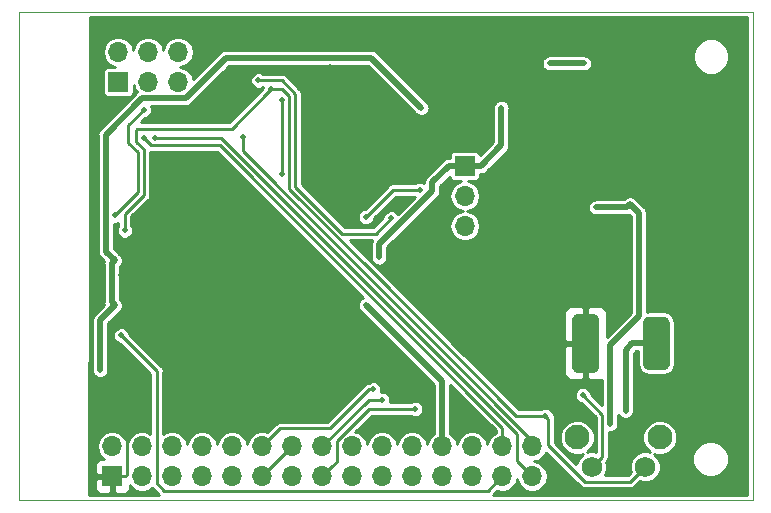
<source format=gbr>
G04 #@! TF.GenerationSoftware,KiCad,Pcbnew,(6.0.0-rc1-dev-1030-g80d50d98b)*
G04 #@! TF.CreationDate,2019-01-07T10:15:23-07:00*
G04 #@! TF.ProjectId,airmed_board_w1.0,6169726D65645F626F6172645F77312E,rev?*
G04 #@! TF.SameCoordinates,Original*
G04 #@! TF.FileFunction,Copper,L2,Bot*
G04 #@! TF.FilePolarity,Positive*
%FSLAX46Y46*%
G04 Gerber Fmt 4.6, Leading zero omitted, Abs format (unit mm)*
G04 Created by KiCad (PCBNEW (6.0.0-rc1-dev-1030-g80d50d98b)) date Monday, January 07, 2019 at 10:15:23 AM*
%MOMM*%
%LPD*%
G01*
G04 APERTURE LIST*
G04 #@! TA.AperFunction,NonConductor*
%ADD10C,0.050000*%
G04 #@! TD*
G04 #@! TA.AperFunction,ComponentPad*
%ADD11C,2.100000*%
G04 #@! TD*
G04 #@! TA.AperFunction,ComponentPad*
%ADD12C,1.750000*%
G04 #@! TD*
G04 #@! TA.AperFunction,ComponentPad*
%ADD13O,1.700000X1.700000*%
G04 #@! TD*
G04 #@! TA.AperFunction,ComponentPad*
%ADD14R,1.700000X1.700000*%
G04 #@! TD*
G04 #@! TA.AperFunction,Conductor*
%ADD15C,0.100000*%
G04 #@! TD*
G04 #@! TA.AperFunction,ComponentPad*
%ADD16C,2.300000*%
G04 #@! TD*
G04 #@! TA.AperFunction,ViaPad*
%ADD17C,0.508000*%
G04 #@! TD*
G04 #@! TA.AperFunction,Conductor*
%ADD18C,0.254000*%
G04 #@! TD*
G04 #@! TA.AperFunction,Conductor*
%ADD19C,0.508000*%
G04 #@! TD*
G04 APERTURE END LIST*
D10*
X113487200Y-131826000D02*
X113487200Y-116027200D01*
X175641000Y-131826000D02*
X113487200Y-131826000D01*
X175641000Y-90474800D02*
X175641000Y-131826000D01*
X113487200Y-90474800D02*
X175641000Y-90474800D01*
X113487200Y-91948000D02*
X113487200Y-90474800D01*
X113487200Y-116027200D02*
X113487200Y-91948000D01*
D11*
G04 #@! TO.P,SW1,*
G04 #@! TO.N,*
X167772400Y-126491200D03*
D12*
G04 #@! TO.P,SW1,1*
G04 #@! TO.N,/nRESET*
X166522400Y-128981200D03*
G04 #@! TO.P,SW1,2*
G04 #@! TO.N,Net-(R8-Pad1)*
X162022400Y-128981200D03*
D11*
G04 #@! TO.P,SW1,*
G04 #@! TO.N,*
X160762400Y-126491200D03*
G04 #@! TD*
D13*
G04 #@! TO.P,J5,30*
G04 #@! TO.N,/GPIO28*
X156972000Y-127254000D03*
G04 #@! TO.P,J5,29*
G04 #@! TO.N,/GPIO26*
X156972000Y-129794000D03*
G04 #@! TO.P,J5,28*
G04 #@! TO.N,/GPIO27*
X154432000Y-127254000D03*
G04 #@! TO.P,J5,27*
G04 #@! TO.N,/GPIO30*
X154432000Y-129794000D03*
G04 #@! TO.P,J5,26*
G04 #@! TO.N,+12V*
X151892000Y-127254000D03*
G04 #@! TO.P,J5,25*
G04 #@! TO.N,+5V*
X151892000Y-129794000D03*
G04 #@! TO.P,J5,24*
G04 #@! TO.N,+3V3*
X149352000Y-127254000D03*
G04 #@! TO.P,J5,23*
G04 #@! TO.N,/GPIO22*
X149352000Y-129794000D03*
G04 #@! TO.P,J5,22*
G04 #@! TO.N,/GPIO13*
X146812000Y-127254000D03*
G04 #@! TO.P,J5,21*
G04 #@! TO.N,/GPIO12*
X146812000Y-129794000D03*
G04 #@! TO.P,J5,20*
G04 #@! TO.N,/GPIO17*
X144272000Y-127254000D03*
G04 #@! TO.P,J5,19*
G04 #@! TO.N,/GPIO16*
X144272000Y-129794000D03*
G04 #@! TO.P,J5,18*
G04 #@! TO.N,/GPIO15*
X141732000Y-127254000D03*
G04 #@! TO.P,J5,17*
G04 #@! TO.N,/GPIO14*
X141732000Y-129794000D03*
G04 #@! TO.P,J5,16*
G04 #@! TO.N,/GPIO11*
X139192000Y-127254000D03*
G04 #@! TO.P,J5,15*
G04 #@! TO.N,/GPIO10*
X139192000Y-129794000D03*
G04 #@! TO.P,J5,14*
G04 #@! TO.N,GND*
X136652000Y-127254000D03*
G04 #@! TO.P,J5,13*
G04 #@! TO.N,+5V*
X136652000Y-129794000D03*
G04 #@! TO.P,J5,12*
G04 #@! TO.N,/GPIO9*
X134112000Y-127254000D03*
G04 #@! TO.P,J5,11*
G04 #@! TO.N,GND*
X134112000Y-129794000D03*
G04 #@! TO.P,J5,10*
G04 #@! TO.N,/GPIO7*
X131572000Y-127254000D03*
G04 #@! TO.P,J5,9*
G04 #@! TO.N,/GPIO8*
X131572000Y-129794000D03*
G04 #@! TO.P,J5,8*
G04 #@! TO.N,/GPIO5*
X129032000Y-127254000D03*
G04 #@! TO.P,J5,7*
G04 #@! TO.N,/GPIO6*
X129032000Y-129794000D03*
G04 #@! TO.P,J5,6*
G04 #@! TO.N,/GPIO3*
X126492000Y-127254000D03*
G04 #@! TO.P,J5,5*
G04 #@! TO.N,/GPIO4*
X126492000Y-129794000D03*
G04 #@! TO.P,J5,4*
G04 #@! TO.N,/GPIO1*
X123952000Y-127254000D03*
G04 #@! TO.P,J5,3*
G04 #@! TO.N,/GPIO2*
X123952000Y-129794000D03*
G04 #@! TO.P,J5,2*
G04 #@! TO.N,/GPIO0*
X121412000Y-127254000D03*
D14*
G04 #@! TO.P,J5,1*
G04 #@! TO.N,GND*
X121412000Y-129794000D03*
G04 #@! TD*
D13*
G04 #@! TO.P,J3,6*
G04 #@! TO.N,Net-(J3-Pad2)*
X127000000Y-93853000D03*
G04 #@! TO.P,J3,5*
G04 #@! TO.N,/SOP2*
X127000000Y-96393000D03*
G04 #@! TO.P,J3,4*
G04 #@! TO.N,Net-(J3-Pad2)*
X124460000Y-93853000D03*
G04 #@! TO.P,J3,3*
G04 #@! TO.N,/SOP1*
X124460000Y-96393000D03*
G04 #@! TO.P,J3,2*
G04 #@! TO.N,Net-(J3-Pad2)*
X121920000Y-93853000D03*
D14*
G04 #@! TO.P,J3,1*
G04 #@! TO.N,/SOP0*
X121920000Y-96393000D03*
G04 #@! TD*
D15*
G04 #@! TO.N,+12V*
G04 #@! TO.C,J2*
G36*
X168115160Y-116269169D02*
X168170977Y-116277448D01*
X168225714Y-116291159D01*
X168278843Y-116310169D01*
X168329853Y-116334295D01*
X168378253Y-116363305D01*
X168423576Y-116396919D01*
X168465386Y-116434814D01*
X168503281Y-116476624D01*
X168536895Y-116521947D01*
X168565905Y-116570347D01*
X168590031Y-116621357D01*
X168609041Y-116674486D01*
X168622752Y-116729223D01*
X168631031Y-116785040D01*
X168633800Y-116841400D01*
X168633800Y-120191400D01*
X168631031Y-120247760D01*
X168622752Y-120303577D01*
X168609041Y-120358314D01*
X168590031Y-120411443D01*
X168565905Y-120462453D01*
X168536895Y-120510853D01*
X168503281Y-120556176D01*
X168465386Y-120597986D01*
X168423576Y-120635881D01*
X168378253Y-120669495D01*
X168329853Y-120698505D01*
X168278843Y-120722631D01*
X168225714Y-120741641D01*
X168170977Y-120755352D01*
X168115160Y-120763631D01*
X168058800Y-120766400D01*
X166908800Y-120766400D01*
X166852440Y-120763631D01*
X166796623Y-120755352D01*
X166741886Y-120741641D01*
X166688757Y-120722631D01*
X166637747Y-120698505D01*
X166589347Y-120669495D01*
X166544024Y-120635881D01*
X166502214Y-120597986D01*
X166464319Y-120556176D01*
X166430705Y-120510853D01*
X166401695Y-120462453D01*
X166377569Y-120411443D01*
X166358559Y-120358314D01*
X166344848Y-120303577D01*
X166336569Y-120247760D01*
X166333800Y-120191400D01*
X166333800Y-116841400D01*
X166336569Y-116785040D01*
X166344848Y-116729223D01*
X166358559Y-116674486D01*
X166377569Y-116621357D01*
X166401695Y-116570347D01*
X166430705Y-116521947D01*
X166464319Y-116476624D01*
X166502214Y-116434814D01*
X166544024Y-116396919D01*
X166589347Y-116363305D01*
X166637747Y-116334295D01*
X166688757Y-116310169D01*
X166741886Y-116291159D01*
X166796623Y-116277448D01*
X166852440Y-116269169D01*
X166908800Y-116266400D01*
X168058800Y-116266400D01*
X168115160Y-116269169D01*
X168115160Y-116269169D01*
G37*
D16*
G04 #@! TD*
G04 #@! TO.P,J2,2*
G04 #@! TO.N,+12V*
X167483800Y-118516400D03*
D15*
G04 #@! TO.N,GND*
G04 #@! TO.C,J2*
G36*
X162115160Y-116019169D02*
X162170977Y-116027448D01*
X162225714Y-116041159D01*
X162278843Y-116060169D01*
X162329853Y-116084295D01*
X162378253Y-116113305D01*
X162423576Y-116146919D01*
X162465386Y-116184814D01*
X162503281Y-116226624D01*
X162536895Y-116271947D01*
X162565905Y-116320347D01*
X162590031Y-116371357D01*
X162609041Y-116424486D01*
X162622752Y-116479223D01*
X162631031Y-116535040D01*
X162633800Y-116591400D01*
X162633800Y-120441400D01*
X162631031Y-120497760D01*
X162622752Y-120553577D01*
X162609041Y-120608314D01*
X162590031Y-120661443D01*
X162565905Y-120712453D01*
X162536895Y-120760853D01*
X162503281Y-120806176D01*
X162465386Y-120847986D01*
X162423576Y-120885881D01*
X162378253Y-120919495D01*
X162329853Y-120948505D01*
X162278843Y-120972631D01*
X162225714Y-120991641D01*
X162170977Y-121005352D01*
X162115160Y-121013631D01*
X162058800Y-121016400D01*
X160908800Y-121016400D01*
X160852440Y-121013631D01*
X160796623Y-121005352D01*
X160741886Y-120991641D01*
X160688757Y-120972631D01*
X160637747Y-120948505D01*
X160589347Y-120919495D01*
X160544024Y-120885881D01*
X160502214Y-120847986D01*
X160464319Y-120806176D01*
X160430705Y-120760853D01*
X160401695Y-120712453D01*
X160377569Y-120661443D01*
X160358559Y-120608314D01*
X160344848Y-120553577D01*
X160336569Y-120497760D01*
X160333800Y-120441400D01*
X160333800Y-116591400D01*
X160336569Y-116535040D01*
X160344848Y-116479223D01*
X160358559Y-116424486D01*
X160377569Y-116371357D01*
X160401695Y-116320347D01*
X160430705Y-116271947D01*
X160464319Y-116226624D01*
X160502214Y-116184814D01*
X160544024Y-116146919D01*
X160589347Y-116113305D01*
X160637747Y-116084295D01*
X160688757Y-116060169D01*
X160741886Y-116041159D01*
X160796623Y-116027448D01*
X160852440Y-116019169D01*
X160908800Y-116016400D01*
X162058800Y-116016400D01*
X162115160Y-116019169D01*
X162115160Y-116019169D01*
G37*
D16*
G04 #@! TD*
G04 #@! TO.P,J2,1*
G04 #@! TO.N,GND*
X161483800Y-118516400D03*
D13*
G04 #@! TO.P,J1,3*
G04 #@! TO.N,/Tx*
X151257000Y-108585000D03*
G04 #@! TO.P,J1,2*
G04 #@! TO.N,/Rx*
X151257000Y-106045000D03*
D14*
G04 #@! TO.P,J1,1*
G04 #@! TO.N,+3V3*
X151257000Y-103505000D03*
G04 #@! TD*
D17*
G04 #@! TO.N,GND*
X164084000Y-110159800D03*
X165201600Y-108966000D03*
X165227000Y-110159800D03*
X164084000Y-109016800D03*
X164642800Y-109575600D03*
X160172400Y-98247200D03*
X161366200Y-97002600D03*
X161366200Y-98221800D03*
X160197800Y-97028000D03*
X160782000Y-97612200D03*
X134010400Y-111150400D03*
X132435600Y-111125000D03*
X130962400Y-111150400D03*
X129463800Y-111150400D03*
X128016000Y-111150400D03*
X126441200Y-111150400D03*
X126365000Y-108102400D03*
X128016000Y-108127800D03*
X129413000Y-108077000D03*
X131013200Y-108077000D03*
X132410200Y-108077000D03*
X134010400Y-108051600D03*
X133223000Y-107289600D03*
X133223000Y-108864400D03*
X133197600Y-110312200D03*
X133197600Y-111887000D03*
X127203200Y-111887000D03*
X127203200Y-110337600D03*
X127177800Y-108864400D03*
X127203200Y-107289600D03*
X130200400Y-107315000D03*
X130200400Y-108864400D03*
X130175000Y-110312200D03*
X130175000Y-111887000D03*
X130175000Y-113309400D03*
X130200400Y-114884200D03*
X133197600Y-113309400D03*
X133197600Y-114884200D03*
X133985000Y-114096800D03*
X132410200Y-114122200D03*
X131013200Y-114122200D03*
X129413000Y-114122200D03*
X127990600Y-114071400D03*
X126415800Y-114096800D03*
X127203200Y-114884200D03*
X127203200Y-113334800D03*
X138049000Y-99482800D03*
X139827000Y-95123000D03*
X148183600Y-100990400D03*
X122148600Y-112776000D03*
X150571200Y-122986800D03*
X150622000Y-125145800D03*
X136398000Y-122936000D03*
X119786400Y-98628200D03*
X119761000Y-97358200D03*
X119786400Y-96113600D03*
X119786400Y-94894400D03*
X119786400Y-93573600D03*
X119786400Y-92176600D03*
X121234200Y-92100400D03*
X121031000Y-98653600D03*
X169189400Y-103022400D03*
X165531800Y-92405200D03*
X171907200Y-125044200D03*
X154355800Y-109347000D03*
X148437600Y-93141800D03*
G04 #@! TO.N,/GPIO9*
X143510000Y-122428000D03*
G04 #@! TO.N,/GPIO30*
X122174000Y-117856000D03*
G04 #@! TO.N,/nRESET*
X134874000Y-97028000D03*
X122478800Y-108966000D03*
X158089600Y-124663200D03*
G04 #@! TO.N,/SOP0*
X121615200Y-107696000D03*
X124104400Y-98729800D03*
G04 #@! TO.N,/GPIO27*
X124079000Y-101142794D03*
G04 #@! TO.N,/GPIO26*
X124992988Y-101117391D03*
G04 #@! TO.N,/GPIO28*
X132461000Y-101015800D03*
G04 #@! TO.N,/JTAG_TDO*
X145034000Y-107950000D03*
X133781800Y-96266000D03*
G04 #@! TO.N,/JTAG_TDI*
X147447000Y-105537000D03*
X135763000Y-97917000D03*
X142875000Y-107823000D03*
X135763000Y-104190800D03*
G04 #@! TO.N,/GPIO11*
X144272000Y-123317000D03*
G04 #@! TO.N,/GPIO10*
X147066000Y-124079000D03*
G04 #@! TO.N,+12V*
X164866199Y-124231400D03*
G04 #@! TO.N,Net-(R8-Pad1)*
X161239200Y-122908200D03*
G04 #@! TO.N,+3V3*
X144018000Y-111252000D03*
X161340800Y-94818200D03*
X158445200Y-94818200D03*
X121609800Y-115316000D03*
X121609800Y-111506000D03*
X120396000Y-120777000D03*
X130528200Y-94846000D03*
X147574000Y-98577400D03*
X154355800Y-98577400D03*
X142900400Y-115290600D03*
G04 #@! TO.N,+5V*
X165252400Y-106756200D03*
X162382201Y-107010199D03*
X163576000Y-125374400D03*
G04 #@! TD*
D18*
G04 #@! TO.N,GND*
X138049000Y-99482800D02*
X138049000Y-96901000D01*
X138049000Y-96901000D02*
X139827000Y-95123000D01*
X139827000Y-95123000D02*
X139827000Y-95123000D01*
X122326499Y-121056399D02*
X122072500Y-120802400D01*
X122643001Y-121372901D02*
X122326499Y-121056399D01*
X122643001Y-129666999D02*
X122643001Y-121372901D01*
X122516000Y-129794000D02*
X122643001Y-129666999D01*
X121412000Y-129794000D02*
X122516000Y-129794000D01*
X124180600Y-112776000D02*
X124180600Y-112776000D01*
X122072500Y-120802400D02*
X122072500Y-120443190D01*
X134961999Y-128944001D02*
X136652000Y-127254000D01*
X134112000Y-129794000D02*
X134961999Y-128944001D01*
G04 #@! TO.N,/GPIO9*
X143150790Y-122428000D02*
X139848790Y-125730000D01*
X143510000Y-122428000D02*
X143150790Y-122428000D01*
X135636000Y-125730000D02*
X134112000Y-127254000D01*
X139848790Y-125730000D02*
X135636000Y-125730000D01*
G04 #@! TO.N,/GPIO30*
X125183001Y-130384881D02*
X125183001Y-120865001D01*
X125823121Y-131025001D02*
X125183001Y-130384881D01*
X153200999Y-131025001D02*
X125823121Y-131025001D01*
X154432000Y-129794000D02*
X153200999Y-131025001D01*
X125183001Y-120865001D02*
X122174000Y-117856000D01*
X122174000Y-117856000D02*
X122174000Y-117856000D01*
G04 #@! TO.N,/nRESET*
X122478800Y-108966000D02*
X122478800Y-107550834D01*
X123443999Y-101447595D02*
X123443999Y-100457001D01*
X124079030Y-102082626D02*
X123443999Y-101447595D01*
X124079030Y-105950604D02*
X124079030Y-102082626D01*
X122478800Y-107550834D02*
X124079030Y-105950604D01*
X134620001Y-97281999D02*
X134874000Y-97028000D01*
X131521201Y-100380799D02*
X134620001Y-97281999D01*
X123520201Y-100380799D02*
X131521201Y-100380799D01*
X123443999Y-100457001D02*
X123520201Y-100380799D01*
X134874000Y-97028000D02*
X135813802Y-97028000D01*
X136398001Y-97612199D02*
X136398001Y-105464493D01*
X135813802Y-97028000D02*
X136398001Y-97612199D01*
X158089600Y-124663200D02*
X158089600Y-124663200D01*
X158089600Y-124663200D02*
X155596708Y-124663200D01*
X155596708Y-124663200D02*
X143455508Y-112522000D01*
X143455508Y-112522000D02*
X143559508Y-112626000D01*
X136398001Y-105464493D02*
X143455508Y-112522000D01*
X165647401Y-129856199D02*
X166522400Y-128981200D01*
X165266399Y-130237201D02*
X165647401Y-129856199D01*
X161419519Y-130237201D02*
X165266399Y-130237201D01*
X158343599Y-124917199D02*
X158343599Y-127161281D01*
X158343599Y-127161281D02*
X161419519Y-130237201D01*
X158089600Y-124663200D02*
X158343599Y-124917199D01*
G04 #@! TO.N,/SOP0*
X121615200Y-107696000D02*
X123571020Y-105740180D01*
X123571020Y-102587045D02*
X123571020Y-102768400D01*
X123571020Y-105740180D02*
X123571020Y-102768400D01*
X123571020Y-102768400D02*
X123571020Y-102336620D01*
X122758200Y-101523800D02*
X122758200Y-100076000D01*
X123571020Y-102336620D02*
X122758200Y-101523800D01*
X122758200Y-100076000D02*
X124104400Y-98729800D01*
X124104400Y-98729800D02*
X124104400Y-98729800D01*
G04 #@! TO.N,/GPIO27*
X124332999Y-101396793D02*
X124079000Y-101142794D01*
X124688607Y-101752401D02*
X124332999Y-101396793D01*
X130530601Y-101752401D02*
X124688607Y-101752401D01*
X154432000Y-125653800D02*
X130530601Y-101752401D01*
X154432000Y-127254000D02*
X154432000Y-125653800D01*
G04 #@! TO.N,/GPIO26*
X124891800Y-101117400D02*
X124891800Y-101117400D01*
X130614027Y-101117391D02*
X125352198Y-101117391D01*
X125352198Y-101117391D02*
X124992988Y-101117391D01*
X155663001Y-128485001D02*
X155663001Y-126166365D01*
X156972000Y-129794000D02*
X155663001Y-128485001D01*
X155663001Y-126166365D02*
X130614027Y-101117391D01*
G04 #@! TO.N,/GPIO28*
X132461000Y-101015800D02*
X132461000Y-101015800D01*
X156972000Y-127254000D02*
X156972000Y-126756928D01*
X156972000Y-126756928D02*
X132461000Y-102245928D01*
X132461000Y-102245928D02*
X132461000Y-101375010D01*
X132461000Y-101375010D02*
X132461000Y-101015800D01*
G04 #@! TO.N,/JTAG_TDO*
X145034000Y-107950000D02*
X143740368Y-109243632D01*
X140895576Y-109243632D02*
X136906012Y-105254068D01*
X143740368Y-109243632D02*
X140895576Y-109243632D01*
X135770236Y-96266000D02*
X133731000Y-96266000D01*
X136906012Y-97401774D02*
X135770236Y-96266000D01*
X136906012Y-105254068D02*
X136906012Y-97401774D01*
G04 #@! TO.N,/JTAG_TDI*
X147447000Y-105537000D02*
X147447000Y-105537000D01*
X147447000Y-105537000D02*
X145161000Y-105537000D01*
X145161000Y-105537000D02*
X142875000Y-107823000D01*
X135763000Y-97917000D02*
X135763000Y-104190800D01*
G04 #@! TO.N,/GPIO11*
X143129000Y-123317000D02*
X139192000Y-127254000D01*
X144272000Y-123317000D02*
X143129000Y-123317000D01*
G04 #@! TO.N,/GPIO10*
X140041999Y-128944001D02*
X139192000Y-129794000D01*
X140423001Y-128562999D02*
X140041999Y-128944001D01*
X140423001Y-126784999D02*
X140423001Y-128562999D01*
X143129000Y-124079000D02*
X140423001Y-126784999D01*
X147066000Y-124079000D02*
X143129000Y-124079000D01*
D19*
G04 #@! TO.N,+12V*
X165455600Y-118516400D02*
X167483800Y-118516400D01*
X164866199Y-119105801D02*
X165455600Y-118516400D01*
X164866199Y-124231400D02*
X164866199Y-119105801D01*
D18*
G04 #@! TO.N,Net-(R8-Pad1)*
X162897399Y-128106201D02*
X162022400Y-128981200D01*
X162897399Y-124566399D02*
X162897399Y-128106201D01*
X161239200Y-122908200D02*
X162897399Y-124566399D01*
D19*
G04 #@! TO.N,+3V3*
X161340800Y-94818200D02*
X158445200Y-94818200D01*
D18*
X158445200Y-94818200D02*
X158445200Y-94818200D01*
D19*
X121355801Y-115062001D02*
X121609800Y-115316000D01*
X121355801Y-111759999D02*
X121355801Y-115062001D01*
X121609800Y-111506000D02*
X121355801Y-111759999D01*
X120396000Y-116529800D02*
X121609800Y-115316000D01*
X120396000Y-120777000D02*
X120396000Y-116529800D01*
X131013201Y-94360999D02*
X143357599Y-94360999D01*
X130528200Y-94846000D02*
X131013201Y-94360999D01*
X143357599Y-94360999D02*
X147574000Y-98577400D01*
X147574000Y-98577400D02*
X147574000Y-98577400D01*
X154355800Y-98577400D02*
X154355800Y-98577400D01*
X152615000Y-103505000D02*
X151257000Y-103505000D01*
X154355800Y-101764200D02*
X152615000Y-103505000D01*
X154355800Y-98577400D02*
X154355800Y-101764200D01*
X150606762Y-103505000D02*
X151257000Y-103505000D01*
X144018000Y-111252000D02*
X144018000Y-110093762D01*
X130274201Y-95099999D02*
X130528200Y-94846000D01*
X127623199Y-97751001D02*
X130274201Y-95099999D01*
X123955437Y-97751001D02*
X127623199Y-97751001D01*
X120853199Y-110749399D02*
X120853199Y-100853239D01*
X120853199Y-100853239D02*
X123955437Y-97751001D01*
X121609800Y-111506000D02*
X120853199Y-110749399D01*
X149352000Y-127254000D02*
X149352000Y-121742200D01*
X149352000Y-121742200D02*
X142900400Y-115290600D01*
X142900400Y-115290600D02*
X142900400Y-115290600D01*
X149899000Y-103505000D02*
X148513800Y-104890200D01*
X151257000Y-103505000D02*
X149899000Y-103505000D01*
X148513800Y-105597962D02*
X144018000Y-110093762D01*
X148513800Y-104890200D02*
X148513800Y-105597962D01*
D18*
G04 #@! TO.N,+5V*
X162382201Y-107010199D02*
X162382201Y-107010199D01*
D19*
X165989001Y-107492801D02*
X165989001Y-116229589D01*
X165989001Y-116229589D02*
X163576000Y-118642590D01*
X165252400Y-106756200D02*
X165989001Y-107492801D01*
X164998401Y-107010199D02*
X165252400Y-106756200D01*
X162382201Y-107010199D02*
X164998401Y-107010199D01*
X163576000Y-125374400D02*
X163576000Y-118642590D01*
G04 #@! TD*
D18*
G04 #@! TO.N,GND*
G36*
X175184201Y-131369200D02*
X153647061Y-131369200D01*
X154001068Y-131015193D01*
X154305759Y-131075800D01*
X154558241Y-131075800D01*
X154932133Y-131001428D01*
X155356126Y-130718126D01*
X155639428Y-130294133D01*
X155702000Y-129979563D01*
X155764572Y-130294133D01*
X156047874Y-130718126D01*
X156471867Y-131001428D01*
X156845759Y-131075800D01*
X157098241Y-131075800D01*
X157472133Y-131001428D01*
X157896126Y-130718126D01*
X158179428Y-130294133D01*
X158278911Y-129794000D01*
X158179428Y-129293867D01*
X157896126Y-128869874D01*
X157472133Y-128586572D01*
X157157563Y-128524000D01*
X157472133Y-128461428D01*
X157896126Y-128178126D01*
X158166115Y-127774058D01*
X160985473Y-130593418D01*
X161016647Y-130640073D01*
X161063302Y-130671247D01*
X161063303Y-130671248D01*
X161201486Y-130763579D01*
X161419519Y-130806948D01*
X161474554Y-130796001D01*
X165211364Y-130796001D01*
X165266399Y-130806948D01*
X165321434Y-130796001D01*
X165484432Y-130763579D01*
X165669271Y-130640073D01*
X165700449Y-130593412D01*
X166081018Y-130212844D01*
X166262461Y-130288000D01*
X166782339Y-130288000D01*
X167262643Y-130089052D01*
X167630252Y-129721443D01*
X167829200Y-129241139D01*
X167829200Y-128721261D01*
X167630252Y-128240957D01*
X167405401Y-128016106D01*
X170527800Y-128016106D01*
X170527800Y-128625494D01*
X170761002Y-129188495D01*
X171191905Y-129619398D01*
X171754906Y-129852600D01*
X172364294Y-129852600D01*
X172927295Y-129619398D01*
X173358198Y-129188495D01*
X173591400Y-128625494D01*
X173591400Y-128016106D01*
X173358198Y-127453105D01*
X172927295Y-127022202D01*
X172364294Y-126789000D01*
X171754906Y-126789000D01*
X171191905Y-127022202D01*
X170761002Y-127453105D01*
X170527800Y-128016106D01*
X167405401Y-128016106D01*
X167280725Y-127891430D01*
X167477652Y-127973000D01*
X168067148Y-127973000D01*
X168611772Y-127747409D01*
X169028609Y-127330572D01*
X169254200Y-126785948D01*
X169254200Y-126196452D01*
X169028609Y-125651828D01*
X168611772Y-125234991D01*
X168067148Y-125009400D01*
X167477652Y-125009400D01*
X166933028Y-125234991D01*
X166516191Y-125651828D01*
X166290600Y-126196452D01*
X166290600Y-126785948D01*
X166516191Y-127330572D01*
X166914947Y-127729328D01*
X166782339Y-127674400D01*
X166262461Y-127674400D01*
X165782157Y-127873348D01*
X165414548Y-128240957D01*
X165215600Y-128721261D01*
X165215600Y-129241139D01*
X165290756Y-129422582D01*
X165034938Y-129678401D01*
X163148081Y-129678401D01*
X163329200Y-129241139D01*
X163329200Y-128721261D01*
X163254090Y-128539930D01*
X163300271Y-128509073D01*
X163423777Y-128324234D01*
X163456199Y-128161236D01*
X163456199Y-128161232D01*
X163467145Y-128106202D01*
X163456199Y-128051172D01*
X163456199Y-126060200D01*
X163508457Y-126060200D01*
X163576000Y-126073635D01*
X163643542Y-126060200D01*
X163712414Y-126060200D01*
X163776043Y-126033844D01*
X163843585Y-126020409D01*
X163900844Y-125982150D01*
X163964475Y-125955793D01*
X164013176Y-125907092D01*
X164070433Y-125868834D01*
X164108691Y-125811577D01*
X164157393Y-125762875D01*
X164183749Y-125699245D01*
X164222009Y-125641986D01*
X164235444Y-125574443D01*
X164261800Y-125510814D01*
X164261800Y-124564334D01*
X164284806Y-124619875D01*
X164333507Y-124668576D01*
X164371765Y-124725833D01*
X164429022Y-124764091D01*
X164477724Y-124812793D01*
X164541354Y-124839149D01*
X164598613Y-124877409D01*
X164666156Y-124890844D01*
X164729785Y-124917200D01*
X164798656Y-124917200D01*
X164866199Y-124930635D01*
X164933741Y-124917200D01*
X165002613Y-124917200D01*
X165066242Y-124890844D01*
X165133784Y-124877409D01*
X165191043Y-124839150D01*
X165254674Y-124812793D01*
X165303375Y-124764092D01*
X165360632Y-124725834D01*
X165398890Y-124668577D01*
X165447592Y-124619875D01*
X165473948Y-124556245D01*
X165512208Y-124498986D01*
X165525643Y-124431443D01*
X165551999Y-124367814D01*
X165551999Y-119389868D01*
X165739667Y-119202200D01*
X165893541Y-119202200D01*
X165893541Y-120191400D01*
X165970823Y-120579923D01*
X166190903Y-120909297D01*
X166520277Y-121129377D01*
X166908800Y-121206659D01*
X168058800Y-121206659D01*
X168447323Y-121129377D01*
X168776697Y-120909297D01*
X168996777Y-120579923D01*
X169074059Y-120191400D01*
X169074059Y-116841400D01*
X168996777Y-116452877D01*
X168776697Y-116123503D01*
X168447323Y-115903423D01*
X168058800Y-115826141D01*
X166908800Y-115826141D01*
X166674801Y-115872686D01*
X166674801Y-107560343D01*
X166688236Y-107492800D01*
X166635010Y-107225215D01*
X166582489Y-107146613D01*
X166483434Y-106998367D01*
X166426174Y-106960107D01*
X165833794Y-106367728D01*
X165833793Y-106367725D01*
X165785089Y-106319021D01*
X165746833Y-106261767D01*
X165689579Y-106223511D01*
X165640875Y-106174807D01*
X165577243Y-106148450D01*
X165519985Y-106110191D01*
X165452443Y-106096756D01*
X165388814Y-106070400D01*
X165319942Y-106070400D01*
X165252400Y-106056965D01*
X165184858Y-106070400D01*
X165115986Y-106070400D01*
X165052357Y-106096756D01*
X164984815Y-106110191D01*
X164927556Y-106148450D01*
X164863925Y-106174807D01*
X164815221Y-106223511D01*
X164757967Y-106261767D01*
X164719711Y-106319021D01*
X164714333Y-106324399D01*
X162245787Y-106324399D01*
X162182158Y-106350755D01*
X162114615Y-106364190D01*
X162057355Y-106402450D01*
X161993726Y-106428806D01*
X161945027Y-106477505D01*
X161887767Y-106515765D01*
X161849507Y-106573025D01*
X161800808Y-106621724D01*
X161774452Y-106685353D01*
X161736192Y-106742613D01*
X161722757Y-106810156D01*
X161696401Y-106873785D01*
X161696401Y-106942656D01*
X161682966Y-107010199D01*
X161696401Y-107077742D01*
X161696401Y-107146613D01*
X161722757Y-107210242D01*
X161736192Y-107277785D01*
X161774452Y-107335045D01*
X161800808Y-107398674D01*
X161849507Y-107447373D01*
X161887767Y-107504633D01*
X161945026Y-107542892D01*
X161993726Y-107591592D01*
X162057355Y-107617948D01*
X162114615Y-107656208D01*
X162182158Y-107669643D01*
X162245787Y-107695999D01*
X164930859Y-107695999D01*
X164998401Y-107709434D01*
X165065943Y-107695999D01*
X165065944Y-107695999D01*
X165196386Y-107670053D01*
X165303201Y-107776868D01*
X165303202Y-115945520D01*
X163268800Y-117979924D01*
X163268800Y-115890090D01*
X163172127Y-115656701D01*
X162993498Y-115478073D01*
X162760109Y-115381400D01*
X161769550Y-115381400D01*
X161610800Y-115540150D01*
X161610800Y-118389400D01*
X161630800Y-118389400D01*
X161630800Y-118643400D01*
X161610800Y-118643400D01*
X161610800Y-121492650D01*
X161769550Y-121651400D01*
X162760109Y-121651400D01*
X162890201Y-121597514D01*
X162890200Y-123768938D01*
X161925000Y-122803739D01*
X161925000Y-122771786D01*
X161820593Y-122519725D01*
X161627675Y-122326807D01*
X161375614Y-122222400D01*
X161102786Y-122222400D01*
X160850725Y-122326807D01*
X160657807Y-122519725D01*
X160553400Y-122771786D01*
X160553400Y-123044614D01*
X160657807Y-123296675D01*
X160850725Y-123489593D01*
X161102786Y-123594000D01*
X161134739Y-123594000D01*
X162338599Y-124797862D01*
X162338600Y-127697704D01*
X162282339Y-127674400D01*
X161762461Y-127674400D01*
X161612782Y-127736399D01*
X162018609Y-127330572D01*
X162244200Y-126785948D01*
X162244200Y-126196452D01*
X162018609Y-125651828D01*
X161601772Y-125234991D01*
X161057148Y-125009400D01*
X160467652Y-125009400D01*
X159923028Y-125234991D01*
X159506191Y-125651828D01*
X159280600Y-126196452D01*
X159280600Y-126785948D01*
X159506191Y-127330572D01*
X159923028Y-127747409D01*
X160467652Y-127973000D01*
X161057148Y-127973000D01*
X161271146Y-127884359D01*
X160914548Y-128240957D01*
X160715600Y-128721261D01*
X160715600Y-128743020D01*
X158902399Y-126929820D01*
X158902399Y-124972234D01*
X158913346Y-124917199D01*
X158869977Y-124699166D01*
X158816996Y-124619875D01*
X158775400Y-124557622D01*
X158775400Y-124526786D01*
X158670993Y-124274725D01*
X158478075Y-124081807D01*
X158226014Y-123977400D01*
X157953186Y-123977400D01*
X157701125Y-124081807D01*
X157678532Y-124104400D01*
X155828171Y-124104400D01*
X150525921Y-118802150D01*
X159698800Y-118802150D01*
X159698800Y-121142710D01*
X159795473Y-121376099D01*
X159974102Y-121554727D01*
X160207491Y-121651400D01*
X161198050Y-121651400D01*
X161356800Y-121492650D01*
X161356800Y-118643400D01*
X159857550Y-118643400D01*
X159698800Y-118802150D01*
X150525921Y-118802150D01*
X147613861Y-115890090D01*
X159698800Y-115890090D01*
X159698800Y-118230650D01*
X159857550Y-118389400D01*
X161356800Y-118389400D01*
X161356800Y-115540150D01*
X161198050Y-115381400D01*
X160207491Y-115381400D01*
X159974102Y-115478073D01*
X159795473Y-115656701D01*
X159698800Y-115890090D01*
X147613861Y-115890090D01*
X143889556Y-112165787D01*
X143889554Y-112165784D01*
X141526202Y-109802432D01*
X143387857Y-109802432D01*
X143371991Y-109826177D01*
X143318765Y-110093762D01*
X143332201Y-110161309D01*
X143332200Y-111115586D01*
X143332200Y-111388414D01*
X143358556Y-111452043D01*
X143371991Y-111519585D01*
X143410250Y-111576844D01*
X143436607Y-111640475D01*
X143485308Y-111689176D01*
X143523566Y-111746433D01*
X143580823Y-111784691D01*
X143629525Y-111833393D01*
X143693155Y-111859749D01*
X143750414Y-111898009D01*
X143817957Y-111911444D01*
X143881586Y-111937800D01*
X143950457Y-111937800D01*
X144018000Y-111951235D01*
X144085542Y-111937800D01*
X144154414Y-111937800D01*
X144218043Y-111911444D01*
X144285585Y-111898009D01*
X144342844Y-111859750D01*
X144406475Y-111833393D01*
X144455176Y-111784692D01*
X144512433Y-111746434D01*
X144550691Y-111689177D01*
X144599393Y-111640475D01*
X144625749Y-111576845D01*
X144664009Y-111519586D01*
X144677444Y-111452043D01*
X144703800Y-111388414D01*
X144703800Y-110377828D01*
X148950971Y-106130658D01*
X149008234Y-106092396D01*
X149159809Y-105865548D01*
X149199600Y-105665505D01*
X149199600Y-105665504D01*
X149213035Y-105597963D01*
X149199600Y-105530422D01*
X149199600Y-105174266D01*
X149975389Y-104398478D01*
X150000254Y-104523480D01*
X150095690Y-104666310D01*
X150238520Y-104761746D01*
X150407000Y-104795259D01*
X150969588Y-104795259D01*
X150756867Y-104837572D01*
X150332874Y-105120874D01*
X150049572Y-105544867D01*
X149950089Y-106045000D01*
X150049572Y-106545133D01*
X150332874Y-106969126D01*
X150756867Y-107252428D01*
X151071437Y-107315000D01*
X150756867Y-107377572D01*
X150332874Y-107660874D01*
X150049572Y-108084867D01*
X149950089Y-108585000D01*
X150049572Y-109085133D01*
X150332874Y-109509126D01*
X150756867Y-109792428D01*
X151130759Y-109866800D01*
X151383241Y-109866800D01*
X151757133Y-109792428D01*
X152181126Y-109509126D01*
X152464428Y-109085133D01*
X152563911Y-108585000D01*
X152464428Y-108084867D01*
X152181126Y-107660874D01*
X151757133Y-107377572D01*
X151442563Y-107315000D01*
X151757133Y-107252428D01*
X152181126Y-106969126D01*
X152464428Y-106545133D01*
X152563911Y-106045000D01*
X152464428Y-105544867D01*
X152181126Y-105120874D01*
X151757133Y-104837572D01*
X151544412Y-104795259D01*
X152107000Y-104795259D01*
X152275480Y-104761746D01*
X152418310Y-104666310D01*
X152513746Y-104523480D01*
X152547259Y-104355000D01*
X152547259Y-104190800D01*
X152547458Y-104190800D01*
X152615000Y-104204235D01*
X152682542Y-104190800D01*
X152682543Y-104190800D01*
X152882586Y-104151009D01*
X153109434Y-103999434D01*
X153147698Y-103942168D01*
X154792971Y-102296896D01*
X154850234Y-102258634D01*
X155001809Y-102031786D01*
X155041600Y-101831743D01*
X155055035Y-101764200D01*
X155041600Y-101696658D01*
X155041600Y-98644943D01*
X155055035Y-98577400D01*
X155041600Y-98509857D01*
X155041600Y-98440986D01*
X155015244Y-98377357D01*
X155001809Y-98309814D01*
X154963549Y-98252554D01*
X154937193Y-98188925D01*
X154888493Y-98140225D01*
X154850234Y-98082966D01*
X154792974Y-98044706D01*
X154744275Y-97996007D01*
X154680646Y-97969651D01*
X154623386Y-97931391D01*
X154555843Y-97917956D01*
X154492214Y-97891600D01*
X154423342Y-97891600D01*
X154355800Y-97878165D01*
X154288257Y-97891600D01*
X154219386Y-97891600D01*
X154155757Y-97917956D01*
X154088214Y-97931391D01*
X154030954Y-97969651D01*
X153967325Y-97996007D01*
X153918626Y-98044706D01*
X153861366Y-98082966D01*
X153823107Y-98140225D01*
X153774407Y-98188925D01*
X153748051Y-98252554D01*
X153709791Y-98309814D01*
X153696356Y-98377357D01*
X153670000Y-98440986D01*
X153670000Y-98509857D01*
X153656565Y-98577400D01*
X153670000Y-98644943D01*
X153670001Y-101480132D01*
X152538611Y-102611523D01*
X152513746Y-102486520D01*
X152418310Y-102343690D01*
X152275480Y-102248254D01*
X152107000Y-102214741D01*
X150407000Y-102214741D01*
X150238520Y-102248254D01*
X150095690Y-102343690D01*
X150000254Y-102486520D01*
X149966741Y-102655000D01*
X149966741Y-102819200D01*
X149966542Y-102819200D01*
X149899000Y-102805765D01*
X149831457Y-102819200D01*
X149631414Y-102858991D01*
X149404566Y-103010566D01*
X149366306Y-103067826D01*
X148076629Y-104357505D01*
X148019366Y-104395767D01*
X147934031Y-104523480D01*
X147867791Y-104622615D01*
X147814565Y-104890200D01*
X147826866Y-104952041D01*
X147583414Y-104851200D01*
X147310586Y-104851200D01*
X147058525Y-104955607D01*
X147035932Y-104978200D01*
X145216029Y-104978200D01*
X145160999Y-104967254D01*
X145105969Y-104978200D01*
X145105965Y-104978200D01*
X144942967Y-105010622D01*
X144758128Y-105134128D01*
X144726952Y-105180786D01*
X142770539Y-107137200D01*
X142738586Y-107137200D01*
X142486525Y-107241607D01*
X142293607Y-107434525D01*
X142189200Y-107686586D01*
X142189200Y-107959414D01*
X142293607Y-108211475D01*
X142486525Y-108404393D01*
X142738586Y-108508800D01*
X143011414Y-108508800D01*
X143263475Y-108404393D01*
X143456393Y-108211475D01*
X143560800Y-107959414D01*
X143560800Y-107927461D01*
X145392462Y-106095800D01*
X147035932Y-106095800D01*
X147041014Y-106100882D01*
X145597882Y-107544014D01*
X145422475Y-107368607D01*
X145170414Y-107264200D01*
X144897586Y-107264200D01*
X144645525Y-107368607D01*
X144452607Y-107561525D01*
X144348200Y-107813586D01*
X144348200Y-107845538D01*
X143508907Y-108684832D01*
X141127039Y-108684832D01*
X137464812Y-105022607D01*
X137464812Y-97456803D01*
X137475758Y-97401773D01*
X137464812Y-97346743D01*
X137464812Y-97346739D01*
X137432390Y-97183741D01*
X137308884Y-96998902D01*
X137262228Y-96967728D01*
X136204284Y-95909785D01*
X136173108Y-95863128D01*
X135988269Y-95739622D01*
X135825271Y-95707200D01*
X135770236Y-95696253D01*
X135715202Y-95707200D01*
X134192868Y-95707200D01*
X134170275Y-95684607D01*
X133918214Y-95580200D01*
X133645386Y-95580200D01*
X133393325Y-95684607D01*
X133200407Y-95877525D01*
X133096000Y-96129586D01*
X133096000Y-96402414D01*
X133200407Y-96654475D01*
X133393325Y-96847393D01*
X133645386Y-96951800D01*
X133918214Y-96951800D01*
X134170275Y-96847393D01*
X134192868Y-96824800D01*
X134215864Y-96824800D01*
X134188200Y-96891586D01*
X134188200Y-96923538D01*
X131289740Y-99821999D01*
X123802462Y-99821999D01*
X124208862Y-99415600D01*
X124240814Y-99415600D01*
X124492875Y-99311193D01*
X124685793Y-99118275D01*
X124790200Y-98866214D01*
X124790200Y-98593386D01*
X124725340Y-98436801D01*
X127555657Y-98436801D01*
X127623199Y-98450236D01*
X127690741Y-98436801D01*
X127690742Y-98436801D01*
X127890785Y-98397010D01*
X128117633Y-98245435D01*
X128155897Y-98188169D01*
X130806894Y-95537173D01*
X130806895Y-95537171D01*
X130916673Y-95427394D01*
X130916675Y-95427393D01*
X131109593Y-95234475D01*
X131109594Y-95234472D01*
X131297268Y-95046799D01*
X143073533Y-95046799D01*
X146992607Y-98965875D01*
X147041306Y-99014574D01*
X147079566Y-99071834D01*
X147136825Y-99110093D01*
X147185525Y-99158793D01*
X147249154Y-99185149D01*
X147306414Y-99223409D01*
X147373957Y-99236844D01*
X147437586Y-99263200D01*
X147506462Y-99263200D01*
X147573999Y-99276634D01*
X147641536Y-99263200D01*
X147710414Y-99263200D01*
X147774043Y-99236844D01*
X147841586Y-99223409D01*
X147898846Y-99185149D01*
X147962475Y-99158793D01*
X148011175Y-99110093D01*
X148068434Y-99071834D01*
X148106694Y-99014574D01*
X148155393Y-98965875D01*
X148181749Y-98902246D01*
X148220009Y-98844986D01*
X148233444Y-98777443D01*
X148259800Y-98713814D01*
X148259800Y-98644943D01*
X148273235Y-98577400D01*
X148259800Y-98509857D01*
X148259800Y-98440986D01*
X148233444Y-98377357D01*
X148220009Y-98309814D01*
X148181749Y-98252554D01*
X148155393Y-98188925D01*
X148106693Y-98140225D01*
X148068434Y-98082966D01*
X148011174Y-98044706D01*
X147962475Y-97996007D01*
X144784667Y-94818200D01*
X157745965Y-94818200D01*
X157759400Y-94885743D01*
X157759400Y-94954614D01*
X157785756Y-95018243D01*
X157799191Y-95085786D01*
X157837451Y-95143046D01*
X157863807Y-95206675D01*
X157912506Y-95255374D01*
X157950766Y-95312634D01*
X158008026Y-95350894D01*
X158056725Y-95399593D01*
X158120354Y-95425949D01*
X158177614Y-95464209D01*
X158245157Y-95477644D01*
X158308786Y-95504000D01*
X161477214Y-95504000D01*
X161540843Y-95477644D01*
X161608386Y-95464209D01*
X161665646Y-95425949D01*
X161729275Y-95399593D01*
X161777974Y-95350894D01*
X161835234Y-95312634D01*
X161873494Y-95255374D01*
X161922193Y-95206675D01*
X161948549Y-95143046D01*
X161986809Y-95085786D01*
X162000244Y-95018243D01*
X162026600Y-94954614D01*
X162026600Y-94885743D01*
X162040035Y-94818200D01*
X162026600Y-94750657D01*
X162026600Y-94681786D01*
X162000244Y-94618157D01*
X161986809Y-94550614D01*
X161948549Y-94493354D01*
X161922193Y-94429725D01*
X161873494Y-94381026D01*
X161835234Y-94323766D01*
X161777974Y-94285506D01*
X161729275Y-94236807D01*
X161665646Y-94210451D01*
X161608386Y-94172191D01*
X161540843Y-94158756D01*
X161477214Y-94132400D01*
X158308786Y-94132400D01*
X158245157Y-94158756D01*
X158177614Y-94172191D01*
X158120354Y-94210451D01*
X158056725Y-94236807D01*
X158008026Y-94285506D01*
X157950766Y-94323766D01*
X157912506Y-94381026D01*
X157863807Y-94429725D01*
X157837451Y-94493354D01*
X157799191Y-94550614D01*
X157785756Y-94618157D01*
X157759400Y-94681786D01*
X157759400Y-94750657D01*
X157745965Y-94818200D01*
X144784667Y-94818200D01*
X143895773Y-93929306D01*
X170578600Y-93929306D01*
X170578600Y-94538694D01*
X170811802Y-95101695D01*
X171242705Y-95532598D01*
X171805706Y-95765800D01*
X172415094Y-95765800D01*
X172978095Y-95532598D01*
X173408998Y-95101695D01*
X173642200Y-94538694D01*
X173642200Y-93929306D01*
X173408998Y-93366305D01*
X172978095Y-92935402D01*
X172415094Y-92702200D01*
X171805706Y-92702200D01*
X171242705Y-92935402D01*
X170811802Y-93366305D01*
X170578600Y-93929306D01*
X143895773Y-93929306D01*
X143890297Y-93923831D01*
X143852033Y-93866565D01*
X143625185Y-93714990D01*
X143425142Y-93675199D01*
X143425141Y-93675199D01*
X143357599Y-93661764D01*
X143290057Y-93675199D01*
X131080743Y-93675199D01*
X131013201Y-93661764D01*
X130945658Y-93675199D01*
X130745615Y-93714990D01*
X130518767Y-93866565D01*
X130480505Y-93923828D01*
X130139728Y-94264606D01*
X130139725Y-94264607D01*
X129946807Y-94457525D01*
X129946806Y-94457527D01*
X129837029Y-94567305D01*
X129837027Y-94567306D01*
X128257871Y-96146462D01*
X128207428Y-95892867D01*
X127924126Y-95468874D01*
X127500133Y-95185572D01*
X127185563Y-95123000D01*
X127500133Y-95060428D01*
X127924126Y-94777126D01*
X128207428Y-94353133D01*
X128306911Y-93853000D01*
X128207428Y-93352867D01*
X127924126Y-92928874D01*
X127500133Y-92645572D01*
X127126241Y-92571200D01*
X126873759Y-92571200D01*
X126499867Y-92645572D01*
X126075874Y-92928874D01*
X125792572Y-93352867D01*
X125730000Y-93667437D01*
X125667428Y-93352867D01*
X125384126Y-92928874D01*
X124960133Y-92645572D01*
X124586241Y-92571200D01*
X124333759Y-92571200D01*
X123959867Y-92645572D01*
X123535874Y-92928874D01*
X123252572Y-93352867D01*
X123190000Y-93667437D01*
X123127428Y-93352867D01*
X122844126Y-92928874D01*
X122420133Y-92645572D01*
X122046241Y-92571200D01*
X121793759Y-92571200D01*
X121419867Y-92645572D01*
X120995874Y-92928874D01*
X120712572Y-93352867D01*
X120613089Y-93853000D01*
X120712572Y-94353133D01*
X120995874Y-94777126D01*
X121419867Y-95060428D01*
X121632588Y-95102741D01*
X121070000Y-95102741D01*
X120901520Y-95136254D01*
X120758690Y-95231690D01*
X120663254Y-95374520D01*
X120629741Y-95543000D01*
X120629741Y-97243000D01*
X120663254Y-97411480D01*
X120758690Y-97554310D01*
X120901520Y-97649746D01*
X121070000Y-97683259D01*
X122770000Y-97683259D01*
X122938480Y-97649746D01*
X123081310Y-97554310D01*
X123176746Y-97411480D01*
X123210259Y-97243000D01*
X123210259Y-96680412D01*
X123252572Y-96893133D01*
X123484790Y-97240673D01*
X123461003Y-97256567D01*
X123422741Y-97313830D01*
X120416029Y-100320543D01*
X120358766Y-100358805D01*
X120271491Y-100489422D01*
X120207190Y-100585654D01*
X120153964Y-100853239D01*
X120167400Y-100920786D01*
X120167399Y-110681857D01*
X120153964Y-110749399D01*
X120167399Y-110816941D01*
X120207190Y-111016984D01*
X120358765Y-111243832D01*
X120416028Y-111282094D01*
X120695948Y-111562014D01*
X120656566Y-111759999D01*
X120670001Y-111827541D01*
X120670002Y-114994454D01*
X120656566Y-115062001D01*
X120695948Y-115259985D01*
X119958829Y-115997105D01*
X119901567Y-116035366D01*
X119842676Y-116123503D01*
X119749991Y-116262215D01*
X119696765Y-116529800D01*
X119710201Y-116597347D01*
X119710200Y-120640586D01*
X119710200Y-120913414D01*
X119736556Y-120977043D01*
X119749991Y-121044585D01*
X119788250Y-121101844D01*
X119814607Y-121165475D01*
X119863308Y-121214176D01*
X119901566Y-121271433D01*
X119958823Y-121309691D01*
X120007525Y-121358393D01*
X120071155Y-121384749D01*
X120128414Y-121423009D01*
X120195957Y-121436444D01*
X120259586Y-121462800D01*
X120328457Y-121462800D01*
X120396000Y-121476235D01*
X120463542Y-121462800D01*
X120532414Y-121462800D01*
X120596043Y-121436444D01*
X120663585Y-121423009D01*
X120720844Y-121384750D01*
X120784475Y-121358393D01*
X120833176Y-121309692D01*
X120890433Y-121271434D01*
X120928691Y-121214177D01*
X120977393Y-121165475D01*
X121003749Y-121101845D01*
X121042009Y-121044586D01*
X121055444Y-120977043D01*
X121081800Y-120913414D01*
X121081800Y-116813866D01*
X122046978Y-115848690D01*
X122104233Y-115810433D01*
X122142489Y-115753179D01*
X122191193Y-115704475D01*
X122217550Y-115640844D01*
X122255808Y-115583586D01*
X122255809Y-115583585D01*
X122269244Y-115516043D01*
X122295600Y-115452414D01*
X122295600Y-115383542D01*
X122309035Y-115316000D01*
X122295600Y-115248458D01*
X122295600Y-115179586D01*
X122269244Y-115115957D01*
X122255809Y-115048415D01*
X122217550Y-114991156D01*
X122191193Y-114927525D01*
X122142489Y-114878821D01*
X122104233Y-114821567D01*
X122046979Y-114783311D01*
X122041601Y-114777933D01*
X122041601Y-112044067D01*
X122046979Y-112038689D01*
X122104233Y-112000433D01*
X122142489Y-111943179D01*
X122191193Y-111894475D01*
X122217550Y-111830844D01*
X122255809Y-111773585D01*
X122269244Y-111706043D01*
X122295600Y-111642414D01*
X122295600Y-111573542D01*
X122309035Y-111506000D01*
X122295600Y-111438458D01*
X122295600Y-111369586D01*
X122269244Y-111305957D01*
X122255809Y-111238415D01*
X122217550Y-111181157D01*
X122191193Y-111117525D01*
X122142489Y-111068821D01*
X122104233Y-111011567D01*
X122046979Y-110973311D01*
X121998275Y-110924607D01*
X121998273Y-110924606D01*
X121538999Y-110465333D01*
X121538999Y-108381800D01*
X121751614Y-108381800D01*
X121920000Y-108312052D01*
X121920000Y-108554932D01*
X121897407Y-108577525D01*
X121793000Y-108829586D01*
X121793000Y-109102414D01*
X121897407Y-109354475D01*
X122090325Y-109547393D01*
X122342386Y-109651800D01*
X122615214Y-109651800D01*
X122867275Y-109547393D01*
X123060193Y-109354475D01*
X123164600Y-109102414D01*
X123164600Y-108829586D01*
X123060193Y-108577525D01*
X123037600Y-108554932D01*
X123037600Y-107782295D01*
X124435244Y-106384652D01*
X124481902Y-106353476D01*
X124605408Y-106168637D01*
X124637830Y-106005639D01*
X124637830Y-106005638D01*
X124648777Y-105950604D01*
X124637830Y-105895569D01*
X124637830Y-102312048D01*
X124688607Y-102322148D01*
X124743642Y-102311201D01*
X130299140Y-102311201D01*
X142632643Y-114644705D01*
X142575554Y-114682851D01*
X142511925Y-114709207D01*
X142463226Y-114757906D01*
X142405966Y-114796166D01*
X142367706Y-114853426D01*
X142319007Y-114902125D01*
X142292651Y-114965754D01*
X142254391Y-115023014D01*
X142240956Y-115090557D01*
X142214600Y-115154186D01*
X142214600Y-115223057D01*
X142201165Y-115290600D01*
X142214600Y-115358143D01*
X142214600Y-115427014D01*
X142240956Y-115490643D01*
X142254391Y-115558186D01*
X142292651Y-115615446D01*
X142319007Y-115679075D01*
X142367705Y-115727773D01*
X142405966Y-115785034D01*
X142463226Y-115823294D01*
X142511925Y-115871993D01*
X142511928Y-115871994D01*
X148666201Y-122026268D01*
X148666200Y-126170630D01*
X148427874Y-126329874D01*
X148144572Y-126753867D01*
X148082000Y-127068437D01*
X148019428Y-126753867D01*
X147736126Y-126329874D01*
X147312133Y-126046572D01*
X146938241Y-125972200D01*
X146685759Y-125972200D01*
X146311867Y-126046572D01*
X145887874Y-126329874D01*
X145604572Y-126753867D01*
X145542000Y-127068437D01*
X145479428Y-126753867D01*
X145196126Y-126329874D01*
X144772133Y-126046572D01*
X144398241Y-125972200D01*
X144145759Y-125972200D01*
X143771867Y-126046572D01*
X143347874Y-126329874D01*
X143064572Y-126753867D01*
X143002000Y-127068437D01*
X142939428Y-126753867D01*
X142656126Y-126329874D01*
X142232133Y-126046572D01*
X141998218Y-126000043D01*
X143360462Y-124637800D01*
X146654932Y-124637800D01*
X146677525Y-124660393D01*
X146929586Y-124764800D01*
X147202414Y-124764800D01*
X147454475Y-124660393D01*
X147647393Y-124467475D01*
X147751800Y-124215414D01*
X147751800Y-123942586D01*
X147647393Y-123690525D01*
X147454475Y-123497607D01*
X147202414Y-123393200D01*
X146929586Y-123393200D01*
X146677525Y-123497607D01*
X146654932Y-123520200D01*
X144930136Y-123520200D01*
X144957800Y-123453414D01*
X144957800Y-123180586D01*
X144853393Y-122928525D01*
X144660475Y-122735607D01*
X144408414Y-122631200D01*
X144168136Y-122631200D01*
X144195800Y-122564414D01*
X144195800Y-122291586D01*
X144091393Y-122039525D01*
X143898475Y-121846607D01*
X143646414Y-121742200D01*
X143373586Y-121742200D01*
X143121525Y-121846607D01*
X143099720Y-121868412D01*
X143095759Y-121869200D01*
X143095755Y-121869200D01*
X142932757Y-121901622D01*
X142747918Y-122025128D01*
X142716742Y-122071786D01*
X139617329Y-125171200D01*
X135691029Y-125171200D01*
X135635999Y-125160254D01*
X135580969Y-125171200D01*
X135580965Y-125171200D01*
X135417967Y-125203622D01*
X135233128Y-125327128D01*
X135201953Y-125373785D01*
X134542932Y-126032807D01*
X134238241Y-125972200D01*
X133985759Y-125972200D01*
X133611867Y-126046572D01*
X133187874Y-126329874D01*
X132904572Y-126753867D01*
X132842000Y-127068437D01*
X132779428Y-126753867D01*
X132496126Y-126329874D01*
X132072133Y-126046572D01*
X131698241Y-125972200D01*
X131445759Y-125972200D01*
X131071867Y-126046572D01*
X130647874Y-126329874D01*
X130364572Y-126753867D01*
X130302000Y-127068437D01*
X130239428Y-126753867D01*
X129956126Y-126329874D01*
X129532133Y-126046572D01*
X129158241Y-125972200D01*
X128905759Y-125972200D01*
X128531867Y-126046572D01*
X128107874Y-126329874D01*
X127824572Y-126753867D01*
X127762000Y-127068437D01*
X127699428Y-126753867D01*
X127416126Y-126329874D01*
X126992133Y-126046572D01*
X126618241Y-125972200D01*
X126365759Y-125972200D01*
X125991867Y-126046572D01*
X125741801Y-126213660D01*
X125741801Y-120920035D01*
X125752748Y-120865000D01*
X125709379Y-120646968D01*
X125705115Y-120640586D01*
X125585873Y-120462129D01*
X125539215Y-120430953D01*
X122859800Y-117751539D01*
X122859800Y-117719586D01*
X122755393Y-117467525D01*
X122562475Y-117274607D01*
X122310414Y-117170200D01*
X122037586Y-117170200D01*
X121785525Y-117274607D01*
X121592607Y-117467525D01*
X121488200Y-117719586D01*
X121488200Y-117992414D01*
X121592607Y-118244475D01*
X121785525Y-118437393D01*
X122037586Y-118541800D01*
X122069539Y-118541800D01*
X124624202Y-121096464D01*
X124624201Y-126161544D01*
X124452133Y-126046572D01*
X124078241Y-125972200D01*
X123825759Y-125972200D01*
X123451867Y-126046572D01*
X123027874Y-126329874D01*
X122744572Y-126753867D01*
X122682000Y-127068437D01*
X122619428Y-126753867D01*
X122336126Y-126329874D01*
X121912133Y-126046572D01*
X121538241Y-125972200D01*
X121285759Y-125972200D01*
X120911867Y-126046572D01*
X120487874Y-126329874D01*
X120204572Y-126753867D01*
X120105089Y-127254000D01*
X120204572Y-127754133D01*
X120487874Y-128178126D01*
X120683742Y-128309000D01*
X120435690Y-128309000D01*
X120202301Y-128405673D01*
X120023673Y-128584302D01*
X119927000Y-128817691D01*
X119927000Y-129508250D01*
X120085750Y-129667000D01*
X121285000Y-129667000D01*
X121285000Y-129647000D01*
X121539000Y-129647000D01*
X121539000Y-129667000D01*
X121559000Y-129667000D01*
X121559000Y-129921000D01*
X121539000Y-129921000D01*
X121539000Y-131120250D01*
X121697750Y-131279000D01*
X122388310Y-131279000D01*
X122621699Y-131182327D01*
X122800327Y-131003698D01*
X122897000Y-130770309D01*
X122897000Y-130522258D01*
X123027874Y-130718126D01*
X123451867Y-131001428D01*
X123825759Y-131075800D01*
X124078241Y-131075800D01*
X124452133Y-131001428D01*
X124777596Y-130783962D01*
X124780129Y-130787753D01*
X124826790Y-130818931D01*
X125377058Y-131369200D01*
X119481404Y-131369200D01*
X119481112Y-130079750D01*
X119927000Y-130079750D01*
X119927000Y-130770309D01*
X120023673Y-131003698D01*
X120202301Y-131182327D01*
X120435690Y-131279000D01*
X121126250Y-131279000D01*
X121285000Y-131120250D01*
X121285000Y-129921000D01*
X120085750Y-129921000D01*
X119927000Y-130079750D01*
X119481112Y-130079750D01*
X119478969Y-120650385D01*
X119484230Y-119558238D01*
X119484230Y-119558037D01*
X119532399Y-104673811D01*
X119532400Y-104673400D01*
X119532400Y-104267000D01*
X119532256Y-104260959D01*
X119507000Y-103730583D01*
X119507000Y-102971957D01*
X119532398Y-98451113D01*
X119532400Y-98450400D01*
X119532400Y-90931600D01*
X175184200Y-90931600D01*
X175184201Y-131369200D01*
X175184201Y-131369200D01*
G37*
X175184201Y-131369200D02*
X153647061Y-131369200D01*
X154001068Y-131015193D01*
X154305759Y-131075800D01*
X154558241Y-131075800D01*
X154932133Y-131001428D01*
X155356126Y-130718126D01*
X155639428Y-130294133D01*
X155702000Y-129979563D01*
X155764572Y-130294133D01*
X156047874Y-130718126D01*
X156471867Y-131001428D01*
X156845759Y-131075800D01*
X157098241Y-131075800D01*
X157472133Y-131001428D01*
X157896126Y-130718126D01*
X158179428Y-130294133D01*
X158278911Y-129794000D01*
X158179428Y-129293867D01*
X157896126Y-128869874D01*
X157472133Y-128586572D01*
X157157563Y-128524000D01*
X157472133Y-128461428D01*
X157896126Y-128178126D01*
X158166115Y-127774058D01*
X160985473Y-130593418D01*
X161016647Y-130640073D01*
X161063302Y-130671247D01*
X161063303Y-130671248D01*
X161201486Y-130763579D01*
X161419519Y-130806948D01*
X161474554Y-130796001D01*
X165211364Y-130796001D01*
X165266399Y-130806948D01*
X165321434Y-130796001D01*
X165484432Y-130763579D01*
X165669271Y-130640073D01*
X165700449Y-130593412D01*
X166081018Y-130212844D01*
X166262461Y-130288000D01*
X166782339Y-130288000D01*
X167262643Y-130089052D01*
X167630252Y-129721443D01*
X167829200Y-129241139D01*
X167829200Y-128721261D01*
X167630252Y-128240957D01*
X167405401Y-128016106D01*
X170527800Y-128016106D01*
X170527800Y-128625494D01*
X170761002Y-129188495D01*
X171191905Y-129619398D01*
X171754906Y-129852600D01*
X172364294Y-129852600D01*
X172927295Y-129619398D01*
X173358198Y-129188495D01*
X173591400Y-128625494D01*
X173591400Y-128016106D01*
X173358198Y-127453105D01*
X172927295Y-127022202D01*
X172364294Y-126789000D01*
X171754906Y-126789000D01*
X171191905Y-127022202D01*
X170761002Y-127453105D01*
X170527800Y-128016106D01*
X167405401Y-128016106D01*
X167280725Y-127891430D01*
X167477652Y-127973000D01*
X168067148Y-127973000D01*
X168611772Y-127747409D01*
X169028609Y-127330572D01*
X169254200Y-126785948D01*
X169254200Y-126196452D01*
X169028609Y-125651828D01*
X168611772Y-125234991D01*
X168067148Y-125009400D01*
X167477652Y-125009400D01*
X166933028Y-125234991D01*
X166516191Y-125651828D01*
X166290600Y-126196452D01*
X166290600Y-126785948D01*
X166516191Y-127330572D01*
X166914947Y-127729328D01*
X166782339Y-127674400D01*
X166262461Y-127674400D01*
X165782157Y-127873348D01*
X165414548Y-128240957D01*
X165215600Y-128721261D01*
X165215600Y-129241139D01*
X165290756Y-129422582D01*
X165034938Y-129678401D01*
X163148081Y-129678401D01*
X163329200Y-129241139D01*
X163329200Y-128721261D01*
X163254090Y-128539930D01*
X163300271Y-128509073D01*
X163423777Y-128324234D01*
X163456199Y-128161236D01*
X163456199Y-128161232D01*
X163467145Y-128106202D01*
X163456199Y-128051172D01*
X163456199Y-126060200D01*
X163508457Y-126060200D01*
X163576000Y-126073635D01*
X163643542Y-126060200D01*
X163712414Y-126060200D01*
X163776043Y-126033844D01*
X163843585Y-126020409D01*
X163900844Y-125982150D01*
X163964475Y-125955793D01*
X164013176Y-125907092D01*
X164070433Y-125868834D01*
X164108691Y-125811577D01*
X164157393Y-125762875D01*
X164183749Y-125699245D01*
X164222009Y-125641986D01*
X164235444Y-125574443D01*
X164261800Y-125510814D01*
X164261800Y-124564334D01*
X164284806Y-124619875D01*
X164333507Y-124668576D01*
X164371765Y-124725833D01*
X164429022Y-124764091D01*
X164477724Y-124812793D01*
X164541354Y-124839149D01*
X164598613Y-124877409D01*
X164666156Y-124890844D01*
X164729785Y-124917200D01*
X164798656Y-124917200D01*
X164866199Y-124930635D01*
X164933741Y-124917200D01*
X165002613Y-124917200D01*
X165066242Y-124890844D01*
X165133784Y-124877409D01*
X165191043Y-124839150D01*
X165254674Y-124812793D01*
X165303375Y-124764092D01*
X165360632Y-124725834D01*
X165398890Y-124668577D01*
X165447592Y-124619875D01*
X165473948Y-124556245D01*
X165512208Y-124498986D01*
X165525643Y-124431443D01*
X165551999Y-124367814D01*
X165551999Y-119389868D01*
X165739667Y-119202200D01*
X165893541Y-119202200D01*
X165893541Y-120191400D01*
X165970823Y-120579923D01*
X166190903Y-120909297D01*
X166520277Y-121129377D01*
X166908800Y-121206659D01*
X168058800Y-121206659D01*
X168447323Y-121129377D01*
X168776697Y-120909297D01*
X168996777Y-120579923D01*
X169074059Y-120191400D01*
X169074059Y-116841400D01*
X168996777Y-116452877D01*
X168776697Y-116123503D01*
X168447323Y-115903423D01*
X168058800Y-115826141D01*
X166908800Y-115826141D01*
X166674801Y-115872686D01*
X166674801Y-107560343D01*
X166688236Y-107492800D01*
X166635010Y-107225215D01*
X166582489Y-107146613D01*
X166483434Y-106998367D01*
X166426174Y-106960107D01*
X165833794Y-106367728D01*
X165833793Y-106367725D01*
X165785089Y-106319021D01*
X165746833Y-106261767D01*
X165689579Y-106223511D01*
X165640875Y-106174807D01*
X165577243Y-106148450D01*
X165519985Y-106110191D01*
X165452443Y-106096756D01*
X165388814Y-106070400D01*
X165319942Y-106070400D01*
X165252400Y-106056965D01*
X165184858Y-106070400D01*
X165115986Y-106070400D01*
X165052357Y-106096756D01*
X164984815Y-106110191D01*
X164927556Y-106148450D01*
X164863925Y-106174807D01*
X164815221Y-106223511D01*
X164757967Y-106261767D01*
X164719711Y-106319021D01*
X164714333Y-106324399D01*
X162245787Y-106324399D01*
X162182158Y-106350755D01*
X162114615Y-106364190D01*
X162057355Y-106402450D01*
X161993726Y-106428806D01*
X161945027Y-106477505D01*
X161887767Y-106515765D01*
X161849507Y-106573025D01*
X161800808Y-106621724D01*
X161774452Y-106685353D01*
X161736192Y-106742613D01*
X161722757Y-106810156D01*
X161696401Y-106873785D01*
X161696401Y-106942656D01*
X161682966Y-107010199D01*
X161696401Y-107077742D01*
X161696401Y-107146613D01*
X161722757Y-107210242D01*
X161736192Y-107277785D01*
X161774452Y-107335045D01*
X161800808Y-107398674D01*
X161849507Y-107447373D01*
X161887767Y-107504633D01*
X161945026Y-107542892D01*
X161993726Y-107591592D01*
X162057355Y-107617948D01*
X162114615Y-107656208D01*
X162182158Y-107669643D01*
X162245787Y-107695999D01*
X164930859Y-107695999D01*
X164998401Y-107709434D01*
X165065943Y-107695999D01*
X165065944Y-107695999D01*
X165196386Y-107670053D01*
X165303201Y-107776868D01*
X165303202Y-115945520D01*
X163268800Y-117979924D01*
X163268800Y-115890090D01*
X163172127Y-115656701D01*
X162993498Y-115478073D01*
X162760109Y-115381400D01*
X161769550Y-115381400D01*
X161610800Y-115540150D01*
X161610800Y-118389400D01*
X161630800Y-118389400D01*
X161630800Y-118643400D01*
X161610800Y-118643400D01*
X161610800Y-121492650D01*
X161769550Y-121651400D01*
X162760109Y-121651400D01*
X162890201Y-121597514D01*
X162890200Y-123768938D01*
X161925000Y-122803739D01*
X161925000Y-122771786D01*
X161820593Y-122519725D01*
X161627675Y-122326807D01*
X161375614Y-122222400D01*
X161102786Y-122222400D01*
X160850725Y-122326807D01*
X160657807Y-122519725D01*
X160553400Y-122771786D01*
X160553400Y-123044614D01*
X160657807Y-123296675D01*
X160850725Y-123489593D01*
X161102786Y-123594000D01*
X161134739Y-123594000D01*
X162338599Y-124797862D01*
X162338600Y-127697704D01*
X162282339Y-127674400D01*
X161762461Y-127674400D01*
X161612782Y-127736399D01*
X162018609Y-127330572D01*
X162244200Y-126785948D01*
X162244200Y-126196452D01*
X162018609Y-125651828D01*
X161601772Y-125234991D01*
X161057148Y-125009400D01*
X160467652Y-125009400D01*
X159923028Y-125234991D01*
X159506191Y-125651828D01*
X159280600Y-126196452D01*
X159280600Y-126785948D01*
X159506191Y-127330572D01*
X159923028Y-127747409D01*
X160467652Y-127973000D01*
X161057148Y-127973000D01*
X161271146Y-127884359D01*
X160914548Y-128240957D01*
X160715600Y-128721261D01*
X160715600Y-128743020D01*
X158902399Y-126929820D01*
X158902399Y-124972234D01*
X158913346Y-124917199D01*
X158869977Y-124699166D01*
X158816996Y-124619875D01*
X158775400Y-124557622D01*
X158775400Y-124526786D01*
X158670993Y-124274725D01*
X158478075Y-124081807D01*
X158226014Y-123977400D01*
X157953186Y-123977400D01*
X157701125Y-124081807D01*
X157678532Y-124104400D01*
X155828171Y-124104400D01*
X150525921Y-118802150D01*
X159698800Y-118802150D01*
X159698800Y-121142710D01*
X159795473Y-121376099D01*
X159974102Y-121554727D01*
X160207491Y-121651400D01*
X161198050Y-121651400D01*
X161356800Y-121492650D01*
X161356800Y-118643400D01*
X159857550Y-118643400D01*
X159698800Y-118802150D01*
X150525921Y-118802150D01*
X147613861Y-115890090D01*
X159698800Y-115890090D01*
X159698800Y-118230650D01*
X159857550Y-118389400D01*
X161356800Y-118389400D01*
X161356800Y-115540150D01*
X161198050Y-115381400D01*
X160207491Y-115381400D01*
X159974102Y-115478073D01*
X159795473Y-115656701D01*
X159698800Y-115890090D01*
X147613861Y-115890090D01*
X143889556Y-112165787D01*
X143889554Y-112165784D01*
X141526202Y-109802432D01*
X143387857Y-109802432D01*
X143371991Y-109826177D01*
X143318765Y-110093762D01*
X143332201Y-110161309D01*
X143332200Y-111115586D01*
X143332200Y-111388414D01*
X143358556Y-111452043D01*
X143371991Y-111519585D01*
X143410250Y-111576844D01*
X143436607Y-111640475D01*
X143485308Y-111689176D01*
X143523566Y-111746433D01*
X143580823Y-111784691D01*
X143629525Y-111833393D01*
X143693155Y-111859749D01*
X143750414Y-111898009D01*
X143817957Y-111911444D01*
X143881586Y-111937800D01*
X143950457Y-111937800D01*
X144018000Y-111951235D01*
X144085542Y-111937800D01*
X144154414Y-111937800D01*
X144218043Y-111911444D01*
X144285585Y-111898009D01*
X144342844Y-111859750D01*
X144406475Y-111833393D01*
X144455176Y-111784692D01*
X144512433Y-111746434D01*
X144550691Y-111689177D01*
X144599393Y-111640475D01*
X144625749Y-111576845D01*
X144664009Y-111519586D01*
X144677444Y-111452043D01*
X144703800Y-111388414D01*
X144703800Y-110377828D01*
X148950971Y-106130658D01*
X149008234Y-106092396D01*
X149159809Y-105865548D01*
X149199600Y-105665505D01*
X149199600Y-105665504D01*
X149213035Y-105597963D01*
X149199600Y-105530422D01*
X149199600Y-105174266D01*
X149975389Y-104398478D01*
X150000254Y-104523480D01*
X150095690Y-104666310D01*
X150238520Y-104761746D01*
X150407000Y-104795259D01*
X150969588Y-104795259D01*
X150756867Y-104837572D01*
X150332874Y-105120874D01*
X150049572Y-105544867D01*
X149950089Y-106045000D01*
X150049572Y-106545133D01*
X150332874Y-106969126D01*
X150756867Y-107252428D01*
X151071437Y-107315000D01*
X150756867Y-107377572D01*
X150332874Y-107660874D01*
X150049572Y-108084867D01*
X149950089Y-108585000D01*
X150049572Y-109085133D01*
X150332874Y-109509126D01*
X150756867Y-109792428D01*
X151130759Y-109866800D01*
X151383241Y-109866800D01*
X151757133Y-109792428D01*
X152181126Y-109509126D01*
X152464428Y-109085133D01*
X152563911Y-108585000D01*
X152464428Y-108084867D01*
X152181126Y-107660874D01*
X151757133Y-107377572D01*
X151442563Y-107315000D01*
X151757133Y-107252428D01*
X152181126Y-106969126D01*
X152464428Y-106545133D01*
X152563911Y-106045000D01*
X152464428Y-105544867D01*
X152181126Y-105120874D01*
X151757133Y-104837572D01*
X151544412Y-104795259D01*
X152107000Y-104795259D01*
X152275480Y-104761746D01*
X152418310Y-104666310D01*
X152513746Y-104523480D01*
X152547259Y-104355000D01*
X152547259Y-104190800D01*
X152547458Y-104190800D01*
X152615000Y-104204235D01*
X152682542Y-104190800D01*
X152682543Y-104190800D01*
X152882586Y-104151009D01*
X153109434Y-103999434D01*
X153147698Y-103942168D01*
X154792971Y-102296896D01*
X154850234Y-102258634D01*
X155001809Y-102031786D01*
X155041600Y-101831743D01*
X155055035Y-101764200D01*
X155041600Y-101696658D01*
X155041600Y-98644943D01*
X155055035Y-98577400D01*
X155041600Y-98509857D01*
X155041600Y-98440986D01*
X155015244Y-98377357D01*
X155001809Y-98309814D01*
X154963549Y-98252554D01*
X154937193Y-98188925D01*
X154888493Y-98140225D01*
X154850234Y-98082966D01*
X154792974Y-98044706D01*
X154744275Y-97996007D01*
X154680646Y-97969651D01*
X154623386Y-97931391D01*
X154555843Y-97917956D01*
X154492214Y-97891600D01*
X154423342Y-97891600D01*
X154355800Y-97878165D01*
X154288257Y-97891600D01*
X154219386Y-97891600D01*
X154155757Y-97917956D01*
X154088214Y-97931391D01*
X154030954Y-97969651D01*
X153967325Y-97996007D01*
X153918626Y-98044706D01*
X153861366Y-98082966D01*
X153823107Y-98140225D01*
X153774407Y-98188925D01*
X153748051Y-98252554D01*
X153709791Y-98309814D01*
X153696356Y-98377357D01*
X153670000Y-98440986D01*
X153670000Y-98509857D01*
X153656565Y-98577400D01*
X153670000Y-98644943D01*
X153670001Y-101480132D01*
X152538611Y-102611523D01*
X152513746Y-102486520D01*
X152418310Y-102343690D01*
X152275480Y-102248254D01*
X152107000Y-102214741D01*
X150407000Y-102214741D01*
X150238520Y-102248254D01*
X150095690Y-102343690D01*
X150000254Y-102486520D01*
X149966741Y-102655000D01*
X149966741Y-102819200D01*
X149966542Y-102819200D01*
X149899000Y-102805765D01*
X149831457Y-102819200D01*
X149631414Y-102858991D01*
X149404566Y-103010566D01*
X149366306Y-103067826D01*
X148076629Y-104357505D01*
X148019366Y-104395767D01*
X147934031Y-104523480D01*
X147867791Y-104622615D01*
X147814565Y-104890200D01*
X147826866Y-104952041D01*
X147583414Y-104851200D01*
X147310586Y-104851200D01*
X147058525Y-104955607D01*
X147035932Y-104978200D01*
X145216029Y-104978200D01*
X145160999Y-104967254D01*
X145105969Y-104978200D01*
X145105965Y-104978200D01*
X144942967Y-105010622D01*
X144758128Y-105134128D01*
X144726952Y-105180786D01*
X142770539Y-107137200D01*
X142738586Y-107137200D01*
X142486525Y-107241607D01*
X142293607Y-107434525D01*
X142189200Y-107686586D01*
X142189200Y-107959414D01*
X142293607Y-108211475D01*
X142486525Y-108404393D01*
X142738586Y-108508800D01*
X143011414Y-108508800D01*
X143263475Y-108404393D01*
X143456393Y-108211475D01*
X143560800Y-107959414D01*
X143560800Y-107927461D01*
X145392462Y-106095800D01*
X147035932Y-106095800D01*
X147041014Y-106100882D01*
X145597882Y-107544014D01*
X145422475Y-107368607D01*
X145170414Y-107264200D01*
X144897586Y-107264200D01*
X144645525Y-107368607D01*
X144452607Y-107561525D01*
X144348200Y-107813586D01*
X144348200Y-107845538D01*
X143508907Y-108684832D01*
X141127039Y-108684832D01*
X137464812Y-105022607D01*
X137464812Y-97456803D01*
X137475758Y-97401773D01*
X137464812Y-97346743D01*
X137464812Y-97346739D01*
X137432390Y-97183741D01*
X137308884Y-96998902D01*
X137262228Y-96967728D01*
X136204284Y-95909785D01*
X136173108Y-95863128D01*
X135988269Y-95739622D01*
X135825271Y-95707200D01*
X135770236Y-95696253D01*
X135715202Y-95707200D01*
X134192868Y-95707200D01*
X134170275Y-95684607D01*
X133918214Y-95580200D01*
X133645386Y-95580200D01*
X133393325Y-95684607D01*
X133200407Y-95877525D01*
X133096000Y-96129586D01*
X133096000Y-96402414D01*
X133200407Y-96654475D01*
X133393325Y-96847393D01*
X133645386Y-96951800D01*
X133918214Y-96951800D01*
X134170275Y-96847393D01*
X134192868Y-96824800D01*
X134215864Y-96824800D01*
X134188200Y-96891586D01*
X134188200Y-96923538D01*
X131289740Y-99821999D01*
X123802462Y-99821999D01*
X124208862Y-99415600D01*
X124240814Y-99415600D01*
X124492875Y-99311193D01*
X124685793Y-99118275D01*
X124790200Y-98866214D01*
X124790200Y-98593386D01*
X124725340Y-98436801D01*
X127555657Y-98436801D01*
X127623199Y-98450236D01*
X127690741Y-98436801D01*
X127690742Y-98436801D01*
X127890785Y-98397010D01*
X128117633Y-98245435D01*
X128155897Y-98188169D01*
X130806894Y-95537173D01*
X130806895Y-95537171D01*
X130916673Y-95427394D01*
X130916675Y-95427393D01*
X131109593Y-95234475D01*
X131109594Y-95234472D01*
X131297268Y-95046799D01*
X143073533Y-95046799D01*
X146992607Y-98965875D01*
X147041306Y-99014574D01*
X147079566Y-99071834D01*
X147136825Y-99110093D01*
X147185525Y-99158793D01*
X147249154Y-99185149D01*
X147306414Y-99223409D01*
X147373957Y-99236844D01*
X147437586Y-99263200D01*
X147506462Y-99263200D01*
X147573999Y-99276634D01*
X147641536Y-99263200D01*
X147710414Y-99263200D01*
X147774043Y-99236844D01*
X147841586Y-99223409D01*
X147898846Y-99185149D01*
X147962475Y-99158793D01*
X148011175Y-99110093D01*
X148068434Y-99071834D01*
X148106694Y-99014574D01*
X148155393Y-98965875D01*
X148181749Y-98902246D01*
X148220009Y-98844986D01*
X148233444Y-98777443D01*
X148259800Y-98713814D01*
X148259800Y-98644943D01*
X148273235Y-98577400D01*
X148259800Y-98509857D01*
X148259800Y-98440986D01*
X148233444Y-98377357D01*
X148220009Y-98309814D01*
X148181749Y-98252554D01*
X148155393Y-98188925D01*
X148106693Y-98140225D01*
X148068434Y-98082966D01*
X148011174Y-98044706D01*
X147962475Y-97996007D01*
X144784667Y-94818200D01*
X157745965Y-94818200D01*
X157759400Y-94885743D01*
X157759400Y-94954614D01*
X157785756Y-95018243D01*
X157799191Y-95085786D01*
X157837451Y-95143046D01*
X157863807Y-95206675D01*
X157912506Y-95255374D01*
X157950766Y-95312634D01*
X158008026Y-95350894D01*
X158056725Y-95399593D01*
X158120354Y-95425949D01*
X158177614Y-95464209D01*
X158245157Y-95477644D01*
X158308786Y-95504000D01*
X161477214Y-95504000D01*
X161540843Y-95477644D01*
X161608386Y-95464209D01*
X161665646Y-95425949D01*
X161729275Y-95399593D01*
X161777974Y-95350894D01*
X161835234Y-95312634D01*
X161873494Y-95255374D01*
X161922193Y-95206675D01*
X161948549Y-95143046D01*
X161986809Y-95085786D01*
X162000244Y-95018243D01*
X162026600Y-94954614D01*
X162026600Y-94885743D01*
X162040035Y-94818200D01*
X162026600Y-94750657D01*
X162026600Y-94681786D01*
X162000244Y-94618157D01*
X161986809Y-94550614D01*
X161948549Y-94493354D01*
X161922193Y-94429725D01*
X161873494Y-94381026D01*
X161835234Y-94323766D01*
X161777974Y-94285506D01*
X161729275Y-94236807D01*
X161665646Y-94210451D01*
X161608386Y-94172191D01*
X161540843Y-94158756D01*
X161477214Y-94132400D01*
X158308786Y-94132400D01*
X158245157Y-94158756D01*
X158177614Y-94172191D01*
X158120354Y-94210451D01*
X158056725Y-94236807D01*
X158008026Y-94285506D01*
X157950766Y-94323766D01*
X157912506Y-94381026D01*
X157863807Y-94429725D01*
X157837451Y-94493354D01*
X157799191Y-94550614D01*
X157785756Y-94618157D01*
X157759400Y-94681786D01*
X157759400Y-94750657D01*
X157745965Y-94818200D01*
X144784667Y-94818200D01*
X143895773Y-93929306D01*
X170578600Y-93929306D01*
X170578600Y-94538694D01*
X170811802Y-95101695D01*
X171242705Y-95532598D01*
X171805706Y-95765800D01*
X172415094Y-95765800D01*
X172978095Y-95532598D01*
X173408998Y-95101695D01*
X173642200Y-94538694D01*
X173642200Y-93929306D01*
X173408998Y-93366305D01*
X172978095Y-92935402D01*
X172415094Y-92702200D01*
X171805706Y-92702200D01*
X171242705Y-92935402D01*
X170811802Y-93366305D01*
X170578600Y-93929306D01*
X143895773Y-93929306D01*
X143890297Y-93923831D01*
X143852033Y-93866565D01*
X143625185Y-93714990D01*
X143425142Y-93675199D01*
X143425141Y-93675199D01*
X143357599Y-93661764D01*
X143290057Y-93675199D01*
X131080743Y-93675199D01*
X131013201Y-93661764D01*
X130945658Y-93675199D01*
X130745615Y-93714990D01*
X130518767Y-93866565D01*
X130480505Y-93923828D01*
X130139728Y-94264606D01*
X130139725Y-94264607D01*
X129946807Y-94457525D01*
X129946806Y-94457527D01*
X129837029Y-94567305D01*
X129837027Y-94567306D01*
X128257871Y-96146462D01*
X128207428Y-95892867D01*
X127924126Y-95468874D01*
X127500133Y-95185572D01*
X127185563Y-95123000D01*
X127500133Y-95060428D01*
X127924126Y-94777126D01*
X128207428Y-94353133D01*
X128306911Y-93853000D01*
X128207428Y-93352867D01*
X127924126Y-92928874D01*
X127500133Y-92645572D01*
X127126241Y-92571200D01*
X126873759Y-92571200D01*
X126499867Y-92645572D01*
X126075874Y-92928874D01*
X125792572Y-93352867D01*
X125730000Y-93667437D01*
X125667428Y-93352867D01*
X125384126Y-92928874D01*
X124960133Y-92645572D01*
X124586241Y-92571200D01*
X124333759Y-92571200D01*
X123959867Y-92645572D01*
X123535874Y-92928874D01*
X123252572Y-93352867D01*
X123190000Y-93667437D01*
X123127428Y-93352867D01*
X122844126Y-92928874D01*
X122420133Y-92645572D01*
X122046241Y-92571200D01*
X121793759Y-92571200D01*
X121419867Y-92645572D01*
X120995874Y-92928874D01*
X120712572Y-93352867D01*
X120613089Y-93853000D01*
X120712572Y-94353133D01*
X120995874Y-94777126D01*
X121419867Y-95060428D01*
X121632588Y-95102741D01*
X121070000Y-95102741D01*
X120901520Y-95136254D01*
X120758690Y-95231690D01*
X120663254Y-95374520D01*
X120629741Y-95543000D01*
X120629741Y-97243000D01*
X120663254Y-97411480D01*
X120758690Y-97554310D01*
X120901520Y-97649746D01*
X121070000Y-97683259D01*
X122770000Y-97683259D01*
X122938480Y-97649746D01*
X123081310Y-97554310D01*
X123176746Y-97411480D01*
X123210259Y-97243000D01*
X123210259Y-96680412D01*
X123252572Y-96893133D01*
X123484790Y-97240673D01*
X123461003Y-97256567D01*
X123422741Y-97313830D01*
X120416029Y-100320543D01*
X120358766Y-100358805D01*
X120271491Y-100489422D01*
X120207190Y-100585654D01*
X120153964Y-100853239D01*
X120167400Y-100920786D01*
X120167399Y-110681857D01*
X120153964Y-110749399D01*
X120167399Y-110816941D01*
X120207190Y-111016984D01*
X120358765Y-111243832D01*
X120416028Y-111282094D01*
X120695948Y-111562014D01*
X120656566Y-111759999D01*
X120670001Y-111827541D01*
X120670002Y-114994454D01*
X120656566Y-115062001D01*
X120695948Y-115259985D01*
X119958829Y-115997105D01*
X119901567Y-116035366D01*
X119842676Y-116123503D01*
X119749991Y-116262215D01*
X119696765Y-116529800D01*
X119710201Y-116597347D01*
X119710200Y-120640586D01*
X119710200Y-120913414D01*
X119736556Y-120977043D01*
X119749991Y-121044585D01*
X119788250Y-121101844D01*
X119814607Y-121165475D01*
X119863308Y-121214176D01*
X119901566Y-121271433D01*
X119958823Y-121309691D01*
X120007525Y-121358393D01*
X120071155Y-121384749D01*
X120128414Y-121423009D01*
X120195957Y-121436444D01*
X120259586Y-121462800D01*
X120328457Y-121462800D01*
X120396000Y-121476235D01*
X120463542Y-121462800D01*
X120532414Y-121462800D01*
X120596043Y-121436444D01*
X120663585Y-121423009D01*
X120720844Y-121384750D01*
X120784475Y-121358393D01*
X120833176Y-121309692D01*
X120890433Y-121271434D01*
X120928691Y-121214177D01*
X120977393Y-121165475D01*
X121003749Y-121101845D01*
X121042009Y-121044586D01*
X121055444Y-120977043D01*
X121081800Y-120913414D01*
X121081800Y-116813866D01*
X122046978Y-115848690D01*
X122104233Y-115810433D01*
X122142489Y-115753179D01*
X122191193Y-115704475D01*
X122217550Y-115640844D01*
X122255808Y-115583586D01*
X122255809Y-115583585D01*
X122269244Y-115516043D01*
X122295600Y-115452414D01*
X122295600Y-115383542D01*
X122309035Y-115316000D01*
X122295600Y-115248458D01*
X122295600Y-115179586D01*
X122269244Y-115115957D01*
X122255809Y-115048415D01*
X122217550Y-114991156D01*
X122191193Y-114927525D01*
X122142489Y-114878821D01*
X122104233Y-114821567D01*
X122046979Y-114783311D01*
X122041601Y-114777933D01*
X122041601Y-112044067D01*
X122046979Y-112038689D01*
X122104233Y-112000433D01*
X122142489Y-111943179D01*
X122191193Y-111894475D01*
X122217550Y-111830844D01*
X122255809Y-111773585D01*
X122269244Y-111706043D01*
X122295600Y-111642414D01*
X122295600Y-111573542D01*
X122309035Y-111506000D01*
X122295600Y-111438458D01*
X122295600Y-111369586D01*
X122269244Y-111305957D01*
X122255809Y-111238415D01*
X122217550Y-111181157D01*
X122191193Y-111117525D01*
X122142489Y-111068821D01*
X122104233Y-111011567D01*
X122046979Y-110973311D01*
X121998275Y-110924607D01*
X121998273Y-110924606D01*
X121538999Y-110465333D01*
X121538999Y-108381800D01*
X121751614Y-108381800D01*
X121920000Y-108312052D01*
X121920000Y-108554932D01*
X121897407Y-108577525D01*
X121793000Y-108829586D01*
X121793000Y-109102414D01*
X121897407Y-109354475D01*
X122090325Y-109547393D01*
X122342386Y-109651800D01*
X122615214Y-109651800D01*
X122867275Y-109547393D01*
X123060193Y-109354475D01*
X123164600Y-109102414D01*
X123164600Y-108829586D01*
X123060193Y-108577525D01*
X123037600Y-108554932D01*
X123037600Y-107782295D01*
X124435244Y-106384652D01*
X124481902Y-106353476D01*
X124605408Y-106168637D01*
X124637830Y-106005639D01*
X124637830Y-106005638D01*
X124648777Y-105950604D01*
X124637830Y-105895569D01*
X124637830Y-102312048D01*
X124688607Y-102322148D01*
X124743642Y-102311201D01*
X130299140Y-102311201D01*
X142632643Y-114644705D01*
X142575554Y-114682851D01*
X142511925Y-114709207D01*
X142463226Y-114757906D01*
X142405966Y-114796166D01*
X142367706Y-114853426D01*
X142319007Y-114902125D01*
X142292651Y-114965754D01*
X142254391Y-115023014D01*
X142240956Y-115090557D01*
X142214600Y-115154186D01*
X142214600Y-115223057D01*
X142201165Y-115290600D01*
X142214600Y-115358143D01*
X142214600Y-115427014D01*
X142240956Y-115490643D01*
X142254391Y-115558186D01*
X142292651Y-115615446D01*
X142319007Y-115679075D01*
X142367705Y-115727773D01*
X142405966Y-115785034D01*
X142463226Y-115823294D01*
X142511925Y-115871993D01*
X142511928Y-115871994D01*
X148666201Y-122026268D01*
X148666200Y-126170630D01*
X148427874Y-126329874D01*
X148144572Y-126753867D01*
X148082000Y-127068437D01*
X148019428Y-126753867D01*
X147736126Y-126329874D01*
X147312133Y-126046572D01*
X146938241Y-125972200D01*
X146685759Y-125972200D01*
X146311867Y-126046572D01*
X145887874Y-126329874D01*
X145604572Y-126753867D01*
X145542000Y-127068437D01*
X145479428Y-126753867D01*
X145196126Y-126329874D01*
X144772133Y-126046572D01*
X144398241Y-125972200D01*
X144145759Y-125972200D01*
X143771867Y-126046572D01*
X143347874Y-126329874D01*
X143064572Y-126753867D01*
X143002000Y-127068437D01*
X142939428Y-126753867D01*
X142656126Y-126329874D01*
X142232133Y-126046572D01*
X141998218Y-126000043D01*
X143360462Y-124637800D01*
X146654932Y-124637800D01*
X146677525Y-124660393D01*
X146929586Y-124764800D01*
X147202414Y-124764800D01*
X147454475Y-124660393D01*
X147647393Y-124467475D01*
X147751800Y-124215414D01*
X147751800Y-123942586D01*
X147647393Y-123690525D01*
X147454475Y-123497607D01*
X147202414Y-123393200D01*
X146929586Y-123393200D01*
X146677525Y-123497607D01*
X146654932Y-123520200D01*
X144930136Y-123520200D01*
X144957800Y-123453414D01*
X144957800Y-123180586D01*
X144853393Y-122928525D01*
X144660475Y-122735607D01*
X144408414Y-122631200D01*
X144168136Y-122631200D01*
X144195800Y-122564414D01*
X144195800Y-122291586D01*
X144091393Y-122039525D01*
X143898475Y-121846607D01*
X143646414Y-121742200D01*
X143373586Y-121742200D01*
X143121525Y-121846607D01*
X143099720Y-121868412D01*
X143095759Y-121869200D01*
X143095755Y-121869200D01*
X142932757Y-121901622D01*
X142747918Y-122025128D01*
X142716742Y-122071786D01*
X139617329Y-125171200D01*
X135691029Y-125171200D01*
X135635999Y-125160254D01*
X135580969Y-125171200D01*
X135580965Y-125171200D01*
X135417967Y-125203622D01*
X135233128Y-125327128D01*
X135201953Y-125373785D01*
X134542932Y-126032807D01*
X134238241Y-125972200D01*
X133985759Y-125972200D01*
X133611867Y-126046572D01*
X133187874Y-126329874D01*
X132904572Y-126753867D01*
X132842000Y-127068437D01*
X132779428Y-126753867D01*
X132496126Y-126329874D01*
X132072133Y-126046572D01*
X131698241Y-125972200D01*
X131445759Y-125972200D01*
X131071867Y-126046572D01*
X130647874Y-126329874D01*
X130364572Y-126753867D01*
X130302000Y-127068437D01*
X130239428Y-126753867D01*
X129956126Y-126329874D01*
X129532133Y-126046572D01*
X129158241Y-125972200D01*
X128905759Y-125972200D01*
X128531867Y-126046572D01*
X128107874Y-126329874D01*
X127824572Y-126753867D01*
X127762000Y-127068437D01*
X127699428Y-126753867D01*
X127416126Y-126329874D01*
X126992133Y-126046572D01*
X126618241Y-125972200D01*
X126365759Y-125972200D01*
X125991867Y-126046572D01*
X125741801Y-126213660D01*
X125741801Y-120920035D01*
X125752748Y-120865000D01*
X125709379Y-120646968D01*
X125705115Y-120640586D01*
X125585873Y-120462129D01*
X125539215Y-120430953D01*
X122859800Y-117751539D01*
X122859800Y-117719586D01*
X122755393Y-117467525D01*
X122562475Y-117274607D01*
X122310414Y-117170200D01*
X122037586Y-117170200D01*
X121785525Y-117274607D01*
X121592607Y-117467525D01*
X121488200Y-117719586D01*
X121488200Y-117992414D01*
X121592607Y-118244475D01*
X121785525Y-118437393D01*
X122037586Y-118541800D01*
X122069539Y-118541800D01*
X124624202Y-121096464D01*
X124624201Y-126161544D01*
X124452133Y-126046572D01*
X124078241Y-125972200D01*
X123825759Y-125972200D01*
X123451867Y-126046572D01*
X123027874Y-126329874D01*
X122744572Y-126753867D01*
X122682000Y-127068437D01*
X122619428Y-126753867D01*
X122336126Y-126329874D01*
X121912133Y-126046572D01*
X121538241Y-125972200D01*
X121285759Y-125972200D01*
X120911867Y-126046572D01*
X120487874Y-126329874D01*
X120204572Y-126753867D01*
X120105089Y-127254000D01*
X120204572Y-127754133D01*
X120487874Y-128178126D01*
X120683742Y-128309000D01*
X120435690Y-128309000D01*
X120202301Y-128405673D01*
X120023673Y-128584302D01*
X119927000Y-128817691D01*
X119927000Y-129508250D01*
X120085750Y-129667000D01*
X121285000Y-129667000D01*
X121285000Y-129647000D01*
X121539000Y-129647000D01*
X121539000Y-129667000D01*
X121559000Y-129667000D01*
X121559000Y-129921000D01*
X121539000Y-129921000D01*
X121539000Y-131120250D01*
X121697750Y-131279000D01*
X122388310Y-131279000D01*
X122621699Y-131182327D01*
X122800327Y-131003698D01*
X122897000Y-130770309D01*
X122897000Y-130522258D01*
X123027874Y-130718126D01*
X123451867Y-131001428D01*
X123825759Y-131075800D01*
X124078241Y-131075800D01*
X124452133Y-131001428D01*
X124777596Y-130783962D01*
X124780129Y-130787753D01*
X124826790Y-130818931D01*
X125377058Y-131369200D01*
X119481404Y-131369200D01*
X119481112Y-130079750D01*
X119927000Y-130079750D01*
X119927000Y-130770309D01*
X120023673Y-131003698D01*
X120202301Y-131182327D01*
X120435690Y-131279000D01*
X121126250Y-131279000D01*
X121285000Y-131120250D01*
X121285000Y-129921000D01*
X120085750Y-129921000D01*
X119927000Y-130079750D01*
X119481112Y-130079750D01*
X119478969Y-120650385D01*
X119484230Y-119558238D01*
X119484230Y-119558037D01*
X119532399Y-104673811D01*
X119532400Y-104673400D01*
X119532400Y-104267000D01*
X119532256Y-104260959D01*
X119507000Y-103730583D01*
X119507000Y-102971957D01*
X119532398Y-98451113D01*
X119532400Y-98450400D01*
X119532400Y-90931600D01*
X175184200Y-90931600D01*
X175184201Y-131369200D01*
G36*
X134239000Y-129667000D02*
X134259000Y-129667000D01*
X134259000Y-129921000D01*
X134239000Y-129921000D01*
X134239000Y-129941000D01*
X133985000Y-129941000D01*
X133985000Y-129921000D01*
X133965000Y-129921000D01*
X133965000Y-129667000D01*
X133985000Y-129667000D01*
X133985000Y-129647000D01*
X134239000Y-129647000D01*
X134239000Y-129667000D01*
X134239000Y-129667000D01*
G37*
X134239000Y-129667000D02*
X134259000Y-129667000D01*
X134259000Y-129921000D01*
X134239000Y-129921000D01*
X134239000Y-129941000D01*
X133985000Y-129941000D01*
X133985000Y-129921000D01*
X133965000Y-129921000D01*
X133965000Y-129667000D01*
X133985000Y-129667000D01*
X133985000Y-129647000D01*
X134239000Y-129647000D01*
X134239000Y-129667000D01*
G36*
X136779000Y-127127000D02*
X136799000Y-127127000D01*
X136799000Y-127381000D01*
X136779000Y-127381000D01*
X136779000Y-127401000D01*
X136525000Y-127401000D01*
X136525000Y-127381000D01*
X136505000Y-127381000D01*
X136505000Y-127127000D01*
X136525000Y-127127000D01*
X136525000Y-127107000D01*
X136779000Y-127107000D01*
X136779000Y-127127000D01*
X136779000Y-127127000D01*
G37*
X136779000Y-127127000D02*
X136799000Y-127127000D01*
X136799000Y-127381000D01*
X136779000Y-127381000D01*
X136779000Y-127401000D01*
X136525000Y-127401000D01*
X136525000Y-127381000D01*
X136505000Y-127381000D01*
X136505000Y-127127000D01*
X136525000Y-127127000D01*
X136525000Y-127107000D01*
X136779000Y-127107000D01*
X136779000Y-127127000D01*
G36*
X153873201Y-125885264D02*
X153873201Y-126085771D01*
X153507874Y-126329874D01*
X153224572Y-126753867D01*
X153162000Y-127068437D01*
X153099428Y-126753867D01*
X152816126Y-126329874D01*
X152392133Y-126046572D01*
X152018241Y-125972200D01*
X151765759Y-125972200D01*
X151391867Y-126046572D01*
X150967874Y-126329874D01*
X150684572Y-126753867D01*
X150622000Y-127068437D01*
X150559428Y-126753867D01*
X150276126Y-126329874D01*
X150037800Y-126170630D01*
X150037800Y-122049863D01*
X153873201Y-125885264D01*
X153873201Y-125885264D01*
G37*
X153873201Y-125885264D02*
X153873201Y-126085771D01*
X153507874Y-126329874D01*
X153224572Y-126753867D01*
X153162000Y-127068437D01*
X153099428Y-126753867D01*
X152816126Y-126329874D01*
X152392133Y-126046572D01*
X152018241Y-125972200D01*
X151765759Y-125972200D01*
X151391867Y-126046572D01*
X150967874Y-126329874D01*
X150684572Y-126753867D01*
X150622000Y-127068437D01*
X150559428Y-126753867D01*
X150276126Y-126329874D01*
X150037800Y-126170630D01*
X150037800Y-122049863D01*
X153873201Y-125885264D01*
G04 #@! TD*
M02*

</source>
